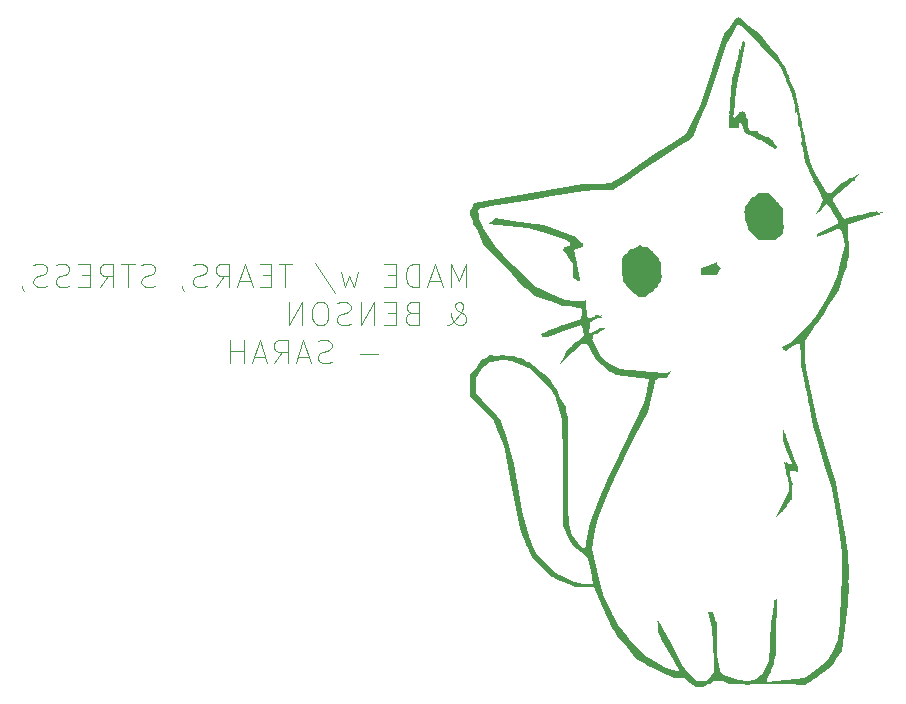
<source format=gbr>
%TF.GenerationSoftware,KiCad,Pcbnew,8.0.5*%
%TF.CreationDate,2025-02-17T01:38:54-08:00*%
%TF.ProjectId,eegw:ads1299,65656777-3a61-4647-9331-3239392e6b69,rev?*%
%TF.SameCoordinates,Original*%
%TF.FileFunction,Legend,Bot*%
%TF.FilePolarity,Positive*%
%FSLAX46Y46*%
G04 Gerber Fmt 4.6, Leading zero omitted, Abs format (unit mm)*
G04 Created by KiCad (PCBNEW 8.0.5) date 2025-02-17 01:38:54*
%MOMM*%
%LPD*%
G01*
G04 APERTURE LIST*
%ADD10C,0.000000*%
%ADD11C,0.100000*%
G04 APERTURE END LIST*
D10*
G36*
X174830520Y-99634880D02*
G01*
X174963974Y-99965607D01*
X174830520Y-100296348D01*
X174697067Y-100627075D01*
X174697067Y-99304153D01*
X174830520Y-99634880D01*
G37*
G36*
X178806411Y-109821258D02*
G01*
X178927414Y-110284271D01*
X178806411Y-110747314D01*
X178685394Y-111210327D01*
X178685394Y-109358246D01*
X178806411Y-109821258D01*
G37*
G36*
X167701530Y-144547653D02*
G01*
X167787933Y-146399734D01*
X168340454Y-146862747D01*
X168892975Y-147325775D01*
X168665222Y-147317779D01*
X168665313Y-147317673D01*
X168437561Y-147309677D01*
X167974540Y-147039993D01*
X167511520Y-146770309D01*
X167563324Y-144732941D01*
X167615127Y-142695572D01*
X167701530Y-144547653D01*
G37*
G36*
X172009437Y-106299286D02*
G01*
X172406311Y-106345581D01*
X172869331Y-106889084D01*
X173332351Y-107432571D01*
X173332351Y-109188217D01*
X172916580Y-109604004D01*
X172500808Y-110019775D01*
X172009430Y-110019867D01*
X171518059Y-110019867D01*
X171080131Y-109581940D01*
X170642189Y-109143997D01*
X170387817Y-108474945D01*
X170133445Y-107805893D01*
X170442077Y-107060791D01*
X170750709Y-106315689D01*
X171181633Y-106284286D01*
X171612556Y-106252991D01*
X172009437Y-106299286D01*
G37*
G36*
X169880729Y-91492416D02*
G01*
X170372658Y-91755684D01*
X171740326Y-93280891D01*
X173108009Y-94806099D01*
X173384826Y-95335258D01*
X173661636Y-95864426D01*
X173409866Y-95599846D01*
X173158096Y-95335258D01*
X172145775Y-94067261D01*
X171133453Y-92799263D01*
X170347336Y-92239494D01*
X169561203Y-91679726D01*
X169085205Y-92310776D01*
X168609207Y-92941826D01*
X167899246Y-95196884D01*
X167189277Y-97451935D01*
X166418579Y-99324646D01*
X165647880Y-101197365D01*
X162344200Y-103378883D01*
X159040519Y-105560409D01*
X156002083Y-105820755D01*
X151901031Y-106493881D01*
X147799988Y-107167023D01*
X147572998Y-107378357D01*
X147346000Y-107589691D01*
X147639511Y-108473953D01*
X147933014Y-109358200D01*
X149586296Y-111259415D01*
X151239586Y-113160629D01*
X151982475Y-113738037D01*
X152725364Y-114315445D01*
X154035835Y-114813385D01*
X155346298Y-115311325D01*
X156663543Y-115311325D01*
X156685547Y-115906631D01*
X156707649Y-116501938D01*
X156799949Y-117031113D01*
X156892250Y-117560272D01*
X157022239Y-118089447D01*
X157152229Y-118618622D01*
X157172432Y-118807846D01*
X157192733Y-118997070D01*
X158800338Y-120828033D01*
X160126228Y-121112381D01*
X161452118Y-121396728D01*
X162431274Y-121427429D01*
X163410446Y-121458130D01*
X162954895Y-121577682D01*
X162499351Y-121697235D01*
X162228760Y-122671448D01*
X161958183Y-123645676D01*
X161957184Y-123852035D01*
X161956184Y-124058380D01*
X160126503Y-127820785D01*
X158296829Y-131583176D01*
X157745247Y-133228470D01*
X157193680Y-134873764D01*
X157193680Y-137204178D01*
X158553604Y-141370163D01*
X159104980Y-142297485D01*
X159656357Y-143224823D01*
X160740127Y-144371139D01*
X161823890Y-145517456D01*
X162805542Y-146024795D01*
X163787185Y-146532120D01*
X164602012Y-146532120D01*
X164602012Y-146352127D01*
X163813064Y-144920792D01*
X163024101Y-143489456D01*
X163024101Y-142960281D01*
X163773063Y-144318481D01*
X164522026Y-145676666D01*
X165097099Y-146484283D01*
X165672172Y-147291901D01*
X166393875Y-147401550D01*
X167115577Y-147511215D01*
X166419441Y-147550995D01*
X165724228Y-147590591D01*
X165394851Y-147193726D01*
X165065483Y-146796844D01*
X163789757Y-146796844D01*
X162541786Y-146158249D01*
X161293808Y-145519653D01*
X160328537Y-144504608D01*
X159363258Y-143489563D01*
X158552261Y-141862594D01*
X157741249Y-140235626D01*
X157298050Y-138471237D01*
X156854851Y-136706833D01*
X156252487Y-136312149D01*
X155650139Y-135917480D01*
X155230827Y-134869522D01*
X154811516Y-133821564D01*
X154863418Y-129395142D01*
X154915321Y-124968735D01*
X155061813Y-129778992D01*
X155208313Y-134589249D01*
X155753570Y-135318542D01*
X156298843Y-136047851D01*
X156575500Y-136140045D01*
X156852157Y-136232239D01*
X157003059Y-134966064D01*
X157153946Y-133699905D01*
X158114433Y-131450943D01*
X159074936Y-129201980D01*
X160223396Y-126953018D01*
X161371856Y-124704056D01*
X161678177Y-123563034D01*
X161984489Y-122421997D01*
X162122169Y-122063202D01*
X162259849Y-121704422D01*
X160809601Y-121523239D01*
X159359359Y-121342041D01*
X158553451Y-120851944D01*
X157747543Y-120361832D01*
X157304176Y-119490234D01*
X156860809Y-118618637D01*
X156653808Y-118388443D01*
X155546722Y-119429581D01*
X154439644Y-120470718D01*
X154806572Y-119941543D01*
X155173515Y-119412384D01*
X155903106Y-118750931D01*
X156632690Y-118089477D01*
X156481407Y-116832703D01*
X156330124Y-115575928D01*
X155436653Y-115575928D01*
X154063843Y-115168243D01*
X152691032Y-114760559D01*
X150973961Y-113154312D01*
X149256889Y-111548065D01*
X148315040Y-110265015D01*
X147373192Y-108981949D01*
X147070808Y-107118606D01*
X147435402Y-106989014D01*
X147799980Y-106859405D01*
X150974983Y-106298630D01*
X154149986Y-105737854D01*
X156571434Y-105496948D01*
X158992881Y-105256058D01*
X162166168Y-103122558D01*
X165339454Y-100989082D01*
X166130096Y-99220512D01*
X166920738Y-97451942D01*
X167503837Y-95467575D01*
X168086937Y-93483192D01*
X168737877Y-92356171D01*
X169388809Y-91229149D01*
X169880729Y-91492416D01*
G37*
G36*
X174571396Y-98593147D02*
G01*
X174710373Y-98940407D01*
X174550522Y-99100265D01*
X174550476Y-99100265D01*
X174390625Y-99260116D01*
X174411529Y-98752998D01*
X174432434Y-98245880D01*
X174571396Y-98593147D01*
G37*
G36*
X152780380Y-108828735D02*
G01*
X154299240Y-109224350D01*
X155398727Y-109785263D01*
X156498230Y-110346176D01*
X155853691Y-110703171D01*
X155209152Y-111060181D01*
X155485801Y-111069183D01*
X155762451Y-111078186D01*
X155893051Y-113017090D01*
X156029739Y-113238266D01*
X156166443Y-113459442D01*
X156061798Y-113459427D01*
X155957985Y-113459427D01*
X155781593Y-113283035D01*
X155605201Y-113106659D01*
X155605201Y-111973068D01*
X155216743Y-111459473D01*
X154828285Y-110945877D01*
X154820282Y-110747436D01*
X154812278Y-110549011D01*
X155275299Y-110541016D01*
X155738319Y-110533020D01*
X155209160Y-110132904D01*
X154679992Y-109732788D01*
X153275001Y-109324173D01*
X151870010Y-108915542D01*
X148329986Y-108502731D01*
X149795746Y-108467926D01*
X151261512Y-108433121D01*
X152780380Y-108828735D01*
G37*
G36*
X169804580Y-94232727D02*
G01*
X169980957Y-94409119D01*
X169804580Y-94585510D01*
X169628189Y-94761902D01*
X169628189Y-94056351D01*
X169804580Y-94232727D01*
G37*
G36*
X172783592Y-106688644D02*
G01*
X173093384Y-107061920D01*
X173248451Y-108017548D01*
X173403534Y-108973190D01*
X172930061Y-109496368D01*
X172456588Y-110019546D01*
X171518074Y-110019546D01*
X171143738Y-109645203D01*
X170769401Y-109270859D01*
X170431930Y-108456146D01*
X170094459Y-107641418D01*
X170528892Y-106978393D01*
X170963310Y-106315369D01*
X172473816Y-106315369D01*
X172783592Y-106688644D01*
G37*
G36*
X170028328Y-93746994D02*
G01*
X169859344Y-94275223D01*
X169468483Y-96889252D01*
X169077621Y-99503273D01*
X169256843Y-99668312D01*
X169436050Y-99833351D01*
X169554168Y-99502624D01*
X169672287Y-99171898D01*
X170115310Y-99171898D01*
X170279762Y-99920639D01*
X170444214Y-100669372D01*
X172299499Y-101397339D01*
X172583748Y-101739838D01*
X172867988Y-102082329D01*
X172637169Y-102051460D01*
X172406326Y-102020660D01*
X171284248Y-101456177D01*
X170162170Y-100891693D01*
X170001198Y-100402031D01*
X169840225Y-99912384D01*
X169549003Y-100203590D01*
X169257782Y-100494812D01*
X168834450Y-100494812D01*
X168834450Y-98160110D01*
X169218780Y-96151382D01*
X169603111Y-94142639D01*
X169900222Y-93680710D01*
X170197319Y-93218773D01*
X170028328Y-93746994D01*
G37*
G36*
X174126114Y-119015549D02*
G01*
X173861526Y-119015549D01*
X173861526Y-118750961D01*
X174126114Y-118750961D01*
X174126114Y-119015549D01*
G37*
G36*
X169839271Y-91475410D02*
G01*
X170289650Y-91721588D01*
X171347976Y-92856666D01*
X172406303Y-93991745D01*
X171155441Y-92877602D01*
X169904579Y-91763473D01*
X169406753Y-91763473D01*
X168884742Y-92623375D01*
X168362724Y-93483269D01*
X167664032Y-95798378D01*
X166965332Y-98113480D01*
X166813240Y-98113487D01*
X166661148Y-98113487D01*
X166800491Y-97750366D01*
X166939834Y-97387237D01*
X168087021Y-93483276D01*
X168737961Y-92356254D01*
X169388893Y-91229233D01*
X169839271Y-91475410D01*
G37*
G36*
X174131134Y-129195755D02*
G01*
X173796737Y-129598678D01*
X173596939Y-129598678D01*
X173596939Y-129126129D01*
X174031234Y-128959473D01*
X174465545Y-128792816D01*
X174131134Y-129195755D01*
G37*
G36*
X178540207Y-111822174D02*
G01*
X178679184Y-112169449D01*
X178519333Y-112329300D01*
X178519287Y-112329300D01*
X178359436Y-112489151D01*
X178380340Y-111982040D01*
X178401245Y-111474914D01*
X178540207Y-111822174D01*
G37*
G36*
X178278579Y-133638885D02*
G01*
X178400558Y-134106934D01*
X178268783Y-134432632D01*
X178268402Y-134432632D01*
X178136627Y-134758316D01*
X178156616Y-133170822D01*
X178278579Y-133638885D01*
G37*
G36*
X174037903Y-131803863D02*
G01*
X174214294Y-131980255D01*
X173508728Y-131980255D01*
X173861511Y-131627472D01*
X174037903Y-131803863D01*
G37*
G36*
X175360824Y-102699394D02*
G01*
X175537201Y-102875786D01*
X175360824Y-103052177D01*
X175184433Y-103228569D01*
X175184433Y-102523003D01*
X175360824Y-102699394D01*
G37*
G36*
X169078132Y-99290893D02*
G01*
X169099029Y-100071411D01*
X169416527Y-99753914D01*
X169734024Y-99436417D01*
X170157364Y-99436417D01*
X170157364Y-100053772D01*
X169985084Y-99881492D01*
X169812805Y-99709221D01*
X169477485Y-100167801D01*
X169477455Y-100167793D01*
X169142135Y-100626381D01*
X168962448Y-99910454D01*
X168782760Y-99194527D01*
X168919998Y-98852447D01*
X169057235Y-98510361D01*
X169078132Y-99290893D01*
G37*
G36*
X167872108Y-112141022D02*
G01*
X168100410Y-112354904D01*
X167922638Y-112642548D01*
X167744880Y-112930191D01*
X167099037Y-112930206D01*
X166453193Y-112930206D01*
X166453193Y-112383972D01*
X167048500Y-112155548D01*
X167643806Y-111927139D01*
X167872108Y-112141022D01*
G37*
G36*
X175100601Y-101238876D02*
G01*
X175239563Y-101586143D01*
X175079712Y-101745994D01*
X175079696Y-101745994D01*
X174919830Y-101905846D01*
X174940735Y-101398727D01*
X174961639Y-100891617D01*
X175100601Y-101238876D01*
G37*
G36*
X174787552Y-147582580D02*
G01*
X173596939Y-147565781D01*
X173596939Y-147565689D01*
X172406311Y-147548889D01*
X172670898Y-147459396D01*
X172935478Y-147369903D01*
X174227920Y-147244186D01*
X175520370Y-147118469D01*
X174787552Y-147582580D01*
G37*
G36*
X157986526Y-117692703D02*
G01*
X157589653Y-117949188D01*
X157060486Y-117949188D01*
X157457359Y-117692703D01*
X157854240Y-117436218D01*
X158383407Y-117436218D01*
X157986526Y-117692703D01*
G37*
G36*
X175624252Y-122918320D02*
G01*
X175757705Y-123249054D01*
X175624252Y-123579758D01*
X175490799Y-123910492D01*
X175490799Y-122587585D01*
X175624252Y-122918320D01*
G37*
G36*
X169808815Y-94095207D02*
G01*
X169947777Y-94442474D01*
X169787925Y-94602325D01*
X169787910Y-94602325D01*
X169628059Y-94762176D01*
X169648956Y-94255058D01*
X169669853Y-93747948D01*
X169808815Y-94095207D01*
G37*
G36*
X169804588Y-94233055D02*
G01*
X169980964Y-94409447D01*
X169804588Y-94585838D01*
X169628196Y-94762230D01*
X169628196Y-94056679D01*
X169804588Y-94233055D01*
G37*
G36*
X175103576Y-119880615D02*
G01*
X175225555Y-120348679D01*
X175093780Y-120674362D01*
X175093399Y-120674362D01*
X174961624Y-121000061D01*
X174971618Y-120206314D01*
X174981613Y-119412567D01*
X175103576Y-119880615D01*
G37*
G36*
X175757721Y-123248901D02*
G01*
X175624267Y-123579605D01*
X175490814Y-123910339D01*
X175490814Y-122587433D01*
X175757721Y-123248901D01*
G37*
G36*
X173697723Y-132521988D02*
G01*
X173220894Y-132978699D01*
X172744056Y-133435425D01*
X173094337Y-132852157D01*
X173444610Y-132268875D01*
X173697723Y-132521988D01*
G37*
G36*
X167690246Y-112226898D02*
G01*
X167829086Y-112365738D01*
X167654686Y-112647934D01*
X167480285Y-112930130D01*
X166749000Y-112930130D01*
X166597252Y-112684585D01*
X166445503Y-112439056D01*
X166998451Y-112263550D01*
X167551399Y-112088043D01*
X167690246Y-112226898D01*
G37*
G36*
X152363456Y-108836471D02*
G01*
X153487198Y-108967224D01*
X155009300Y-109643616D01*
X156531387Y-110320023D01*
X155954414Y-110632797D01*
X155377434Y-110945587D01*
X155904731Y-111886841D01*
X155791015Y-112474548D01*
X155677345Y-113062256D01*
X155641342Y-112421631D01*
X155605339Y-111781006D01*
X155172447Y-111302673D01*
X154739555Y-110824341D01*
X155172447Y-110658234D01*
X155605339Y-110492111D01*
X155605339Y-110091446D01*
X154480858Y-109665268D01*
X153356376Y-109239090D01*
X152298050Y-108972397D01*
X151239723Y-108705704D01*
X152363456Y-108836471D01*
G37*
G36*
X153224037Y-118221634D02*
G01*
X152959449Y-118221634D01*
X152959449Y-117957046D01*
X153224037Y-117957046D01*
X153224037Y-118221634D01*
G37*
G36*
X174344772Y-128787231D02*
G01*
X174615219Y-129563034D01*
X174106079Y-129524750D01*
X173596939Y-129486343D01*
X173596939Y-129069778D01*
X174161758Y-129069778D01*
X173993805Y-128540604D01*
X173825851Y-128011444D01*
X174074325Y-128011444D01*
X174344772Y-128787231D01*
G37*
G36*
X170623459Y-147409164D02*
G01*
X171083397Y-147529571D01*
X170025055Y-147524567D01*
X170025062Y-147523895D01*
X168966736Y-147518890D01*
X169565132Y-147403824D01*
X170163521Y-147288757D01*
X170623459Y-147409164D01*
G37*
G36*
X169539993Y-95291069D02*
G01*
X169716385Y-95467461D01*
X169539993Y-95643852D01*
X169363601Y-95820229D01*
X169363601Y-95114677D01*
X169539993Y-95291069D01*
G37*
G36*
X161919479Y-110837952D02*
G01*
X162616600Y-111227768D01*
X162857292Y-112193222D01*
X163097984Y-113158691D01*
X162652755Y-113838196D01*
X162207535Y-114517700D01*
X161434883Y-114517715D01*
X160662231Y-114517715D01*
X160250351Y-113929672D01*
X159838470Y-113341629D01*
X159838470Y-111354904D01*
X160530418Y-110901520D01*
X161222366Y-110448135D01*
X161919479Y-110837952D01*
G37*
G36*
X154727684Y-124257660D02*
G01*
X154866646Y-124604935D01*
X154706794Y-124764786D01*
X154706779Y-124764786D01*
X154546928Y-124924637D01*
X154567825Y-124417511D01*
X154588722Y-123910385D01*
X154727684Y-124257660D01*
G37*
G36*
X153025573Y-121363113D02*
G01*
X153488594Y-121726242D01*
X153488594Y-121926041D01*
X153388702Y-121926025D01*
X153288803Y-121926025D01*
X152925682Y-121463013D01*
X152562553Y-121000000D01*
X153025573Y-121363113D01*
G37*
G36*
X151023529Y-132724335D02*
G01*
X151162498Y-133071594D01*
X151002640Y-133231460D01*
X151002624Y-133231460D01*
X150842773Y-133391312D01*
X150863670Y-132884186D01*
X150884567Y-132377060D01*
X151023529Y-132724335D01*
G37*
G36*
X166178032Y-99840195D02*
G01*
X166188629Y-100112045D01*
X165781440Y-100693405D01*
X165374237Y-101274757D01*
X162199325Y-103396995D01*
X159024406Y-105519256D01*
X157513282Y-105662140D01*
X156002189Y-105805023D01*
X151702713Y-106514145D01*
X147403236Y-107223251D01*
X147403236Y-107919723D01*
X147761719Y-108777710D01*
X148120208Y-109635696D01*
X151428146Y-113469589D01*
X152597557Y-114154907D01*
X153766967Y-114840225D01*
X155016868Y-115184280D01*
X156266777Y-115528335D01*
X155737610Y-115535339D01*
X155737571Y-115535995D01*
X155208412Y-115542999D01*
X153885490Y-115114944D01*
X152562568Y-114686905D01*
X150402885Y-112520233D01*
X148243194Y-110353561D01*
X147690902Y-109270965D01*
X147138603Y-108188385D01*
X147138603Y-107092377D01*
X147469330Y-106975754D01*
X147800056Y-106859146D01*
X150975059Y-106306610D01*
X154150062Y-105754074D01*
X156570503Y-105514831D01*
X158990936Y-105275604D01*
X162198944Y-103121887D01*
X165406967Y-100968185D01*
X165787201Y-100268265D01*
X166167434Y-99568336D01*
X166178032Y-99840195D01*
G37*
G36*
X178678405Y-136213150D02*
G01*
X178895447Y-137668365D01*
X178752640Y-139785034D01*
X178609817Y-141901688D01*
X178448913Y-143329025D01*
X178288009Y-144756363D01*
X177331085Y-145816864D01*
X176374160Y-146877380D01*
X174671371Y-147590240D01*
X173538391Y-147552948D01*
X173539291Y-147552994D01*
X172406311Y-147515701D01*
X175052154Y-147189346D01*
X176902435Y-146106399D01*
X177481277Y-145247452D01*
X178060119Y-144388519D01*
X178455353Y-141372528D01*
X178458359Y-138065231D01*
X178461364Y-134757934D01*
X178678405Y-136213150D01*
G37*
G36*
X173693954Y-132518265D02*
G01*
X173365188Y-132844559D01*
X173036415Y-133170883D01*
X173217064Y-132696457D01*
X173397720Y-132222031D01*
X173693954Y-132518265D01*
G37*
G36*
X153224029Y-118221802D02*
G01*
X152959442Y-118221802D01*
X152959442Y-117957214D01*
X153224029Y-117957214D01*
X153224029Y-118221802D01*
G37*
G36*
X175449020Y-103140602D02*
G01*
X175184433Y-103140602D01*
X175184433Y-102876015D01*
X175449020Y-102876015D01*
X175449020Y-103140602D01*
G37*
G36*
X150100952Y-119894058D02*
G01*
X150445884Y-120032242D01*
X149621666Y-120053146D01*
X148797455Y-120074051D01*
X148120628Y-120606445D01*
X147443809Y-121138840D01*
X147268272Y-121938065D01*
X147092735Y-122737289D01*
X148030243Y-123775009D01*
X148967766Y-124812729D01*
X149499069Y-125854172D01*
X150030380Y-126895615D01*
X150463028Y-129239517D01*
X150895691Y-131583420D01*
X151400894Y-133694199D01*
X151906105Y-135804962D01*
X152646522Y-136719788D01*
X153386940Y-137634598D01*
X154077400Y-138150101D01*
X154767853Y-138665604D01*
X156046463Y-139009262D01*
X157325065Y-139352920D01*
X156649414Y-139370819D01*
X156649414Y-139370727D01*
X155973755Y-139388626D01*
X154591491Y-138699814D01*
X153209221Y-138011001D01*
X152563354Y-137164215D01*
X151917488Y-136317428D01*
X151520790Y-135368011D01*
X151124099Y-134418594D01*
X150584511Y-131413498D01*
X150044922Y-128408401D01*
X149642929Y-127020096D01*
X149240936Y-125631790D01*
X148057480Y-124299286D01*
X146874031Y-122966782D01*
X146875007Y-122380295D01*
X146875984Y-121793808D01*
X147391540Y-120948273D01*
X147907089Y-120102737D01*
X148831558Y-119929306D01*
X149756019Y-119755875D01*
X150100952Y-119894058D01*
G37*
G36*
X155517090Y-138947571D02*
G01*
X155693481Y-139123962D01*
X154987915Y-139123962D01*
X155164306Y-138947571D01*
X155340698Y-138771179D01*
X155517090Y-138947571D01*
G37*
G36*
X174126114Y-97055283D02*
G01*
X173861526Y-97055283D01*
X173861526Y-96790687D01*
X174126114Y-96790687D01*
X174126114Y-97055283D01*
G37*
G36*
X169538841Y-95137047D02*
G01*
X169672302Y-95467773D01*
X169538841Y-95798515D01*
X169405388Y-96129242D01*
X169405388Y-94806320D01*
X169538841Y-95137047D01*
G37*
G36*
X174831665Y-99789299D02*
G01*
X175008056Y-99965691D01*
X174831665Y-100142082D01*
X174655273Y-100318474D01*
X174655273Y-99612923D01*
X174831665Y-99789299D01*
G37*
G36*
X166709655Y-98774940D02*
G01*
X166453178Y-99171814D01*
X166196701Y-99568695D01*
X166196701Y-99039528D01*
X166453178Y-98642654D01*
X166709655Y-98245773D01*
X166709655Y-98774940D01*
G37*
G36*
X175100601Y-101238686D02*
G01*
X175239563Y-101585953D01*
X175079712Y-101745804D01*
X175079696Y-101745804D01*
X174919830Y-101905655D01*
X174940735Y-101398537D01*
X174961639Y-100891426D01*
X175100601Y-101238686D01*
G37*
G36*
X177565567Y-109226059D02*
G01*
X177300979Y-109226059D01*
X177300979Y-108961471D01*
X177565567Y-108961471D01*
X177565567Y-109226059D01*
G37*
G36*
X175801803Y-103669533D02*
G01*
X175625412Y-103845932D01*
X175449020Y-104022324D01*
X175449020Y-103316749D01*
X175801803Y-103669533D01*
G37*
G36*
X176779831Y-116090393D02*
G01*
X176504516Y-116604828D01*
X176213913Y-116784439D01*
X175923309Y-116964035D01*
X176378052Y-116269989D01*
X176832794Y-115575958D01*
X177055145Y-115575958D01*
X176779831Y-116090393D01*
G37*
G36*
X157061111Y-118354172D02*
G01*
X157435318Y-119412506D01*
X158368515Y-120272400D01*
X159301712Y-121132294D01*
X159069000Y-121132294D01*
X159068947Y-121132278D01*
X158836227Y-121132278D01*
X158014496Y-120364670D01*
X157192764Y-119597061D01*
X157188766Y-119372482D01*
X157184768Y-119147903D01*
X156935775Y-118754089D01*
X156686783Y-118360275D01*
X155707420Y-119283264D01*
X154728050Y-120206238D01*
X155142463Y-119586685D01*
X155556862Y-118967117D01*
X156110283Y-118579483D01*
X156663696Y-118191864D01*
X156675293Y-117743851D01*
X156686889Y-117295837D01*
X157061111Y-118354172D01*
G37*
G36*
X178541824Y-135485931D02*
G01*
X178662826Y-135948944D01*
X178541824Y-136411987D01*
X178420822Y-136875000D01*
X178420822Y-135022903D01*
X178541824Y-135485931D01*
G37*
G36*
X174037903Y-131803818D02*
G01*
X174214294Y-131980209D01*
X173508728Y-131980209D01*
X173861511Y-131627426D01*
X174037903Y-131803818D01*
G37*
G36*
X170157364Y-93615700D02*
G01*
X169892776Y-93615700D01*
X169892776Y-93351112D01*
X170157364Y-93351112D01*
X170157364Y-93615700D01*
G37*
G36*
X173773330Y-127305954D02*
G01*
X173949707Y-127482345D01*
X173773330Y-127658737D01*
X173596939Y-127835129D01*
X173596939Y-127129562D01*
X173773330Y-127305954D01*
G37*
G36*
X172538597Y-101817695D02*
G01*
X172274009Y-101817695D01*
X172274009Y-101553101D01*
X172538597Y-101553101D01*
X172538597Y-101817695D01*
G37*
G36*
X174237945Y-128540649D02*
G01*
X174636474Y-129202103D01*
X174645477Y-129428848D01*
X174654480Y-129655594D01*
X173894928Y-129364120D01*
X173766433Y-129679993D01*
X173767212Y-129679993D01*
X173638717Y-129995850D01*
X173617813Y-129384918D01*
X173596908Y-128774002D01*
X173889831Y-128955048D01*
X174182754Y-129136093D01*
X174011078Y-128507645D01*
X173839401Y-127879196D01*
X174237945Y-128540649D01*
G37*
G36*
X169281288Y-96592209D02*
G01*
X169402290Y-97055229D01*
X169281288Y-97518249D01*
X169160278Y-97981270D01*
X169160278Y-96129188D01*
X169281288Y-96592209D01*
G37*
G36*
X167704353Y-143693924D02*
G01*
X167808487Y-144692016D01*
X167702217Y-145546005D01*
X167702484Y-145546005D01*
X167596214Y-146400009D01*
X167598213Y-144547913D01*
X167600212Y-142695831D01*
X167704353Y-143693924D01*
G37*
G36*
X152461418Y-120936462D02*
G01*
X153592018Y-121798798D01*
X154229210Y-123036972D01*
X154866401Y-124275162D01*
X154751449Y-124619995D01*
X154751434Y-124619903D01*
X154636497Y-124964737D01*
X154441841Y-124189163D01*
X154247184Y-123413574D01*
X153692978Y-122603699D01*
X153138756Y-121793808D01*
X152586082Y-121314072D01*
X152033409Y-120834335D01*
X151239662Y-120464523D01*
X150445915Y-120094726D01*
X151330818Y-120074127D01*
X152461418Y-120936462D01*
G37*
G36*
X155561851Y-110747314D02*
G01*
X155518448Y-110945755D01*
X155719970Y-111662002D01*
X155921501Y-112378250D01*
X155784279Y-112720337D01*
X155647049Y-113062424D01*
X155626152Y-112353714D01*
X155605255Y-111645019D01*
X155220978Y-111260742D01*
X154836708Y-110876465D01*
X155000496Y-110712677D01*
X155164283Y-110548889D01*
X155605255Y-110548889D01*
X155561851Y-110747314D01*
G37*
G36*
X175368042Y-121468048D02*
G01*
X175490005Y-121936111D01*
X175358230Y-122261795D01*
X175357864Y-122261795D01*
X175226089Y-122587494D01*
X175246078Y-121000000D01*
X175368042Y-121468048D01*
G37*
G36*
X173513031Y-126374374D02*
G01*
X173651993Y-126721634D01*
X173492141Y-126881500D01*
X173492096Y-126881500D01*
X173332245Y-127041351D01*
X173353149Y-126534225D01*
X173374054Y-126027099D01*
X173513031Y-126374374D01*
G37*
G36*
X177565689Y-109226120D02*
G01*
X177301101Y-109226120D01*
X177301101Y-108961533D01*
X177565689Y-108961533D01*
X177565689Y-109226120D01*
G37*
G36*
X175095077Y-100957870D02*
G01*
X175228531Y-101288597D01*
X175095077Y-101619339D01*
X174961624Y-101950065D01*
X174961624Y-100627144D01*
X175095077Y-100957870D01*
G37*
G36*
X170620361Y-100741188D02*
G01*
X171083389Y-101006226D01*
X171480262Y-101275612D01*
X171877144Y-101544998D01*
X171612549Y-101516533D01*
X171347969Y-101488136D01*
X170752662Y-101193298D01*
X170157341Y-100898468D01*
X170157341Y-100476158D01*
X170620361Y-100741188D01*
G37*
G36*
X163100364Y-143114777D02*
G01*
X163186165Y-143225021D01*
X164028656Y-144746368D01*
X164871155Y-146267731D01*
X164741943Y-146267731D01*
X164741012Y-146267715D01*
X164611808Y-146267715D01*
X163815185Y-144878647D01*
X163018562Y-143489593D01*
X163016563Y-143247070D01*
X163014564Y-143004532D01*
X163100364Y-143114777D01*
G37*
G36*
X173773330Y-96084816D02*
G01*
X173949707Y-96261207D01*
X173773330Y-96437599D01*
X173596939Y-96613975D01*
X173596939Y-95908424D01*
X173773330Y-96084816D01*
G37*
G36*
X154282356Y-109382858D02*
G01*
X154943817Y-109557587D01*
X155671425Y-109927734D01*
X156399025Y-110297882D01*
X156399025Y-110548889D01*
X156200584Y-110512970D01*
X156002151Y-110477066D01*
X154811523Y-109842590D01*
X153620903Y-109208130D01*
X154282356Y-109382858D01*
G37*
G36*
X154214264Y-122637482D02*
G01*
X154864288Y-124607056D01*
X154705620Y-124765716D01*
X154546959Y-124924377D01*
X154546959Y-124209503D01*
X153982681Y-123043854D01*
X153418403Y-121878219D01*
X151292564Y-120338272D01*
X151915054Y-120338272D01*
X154214264Y-122637482D01*
G37*
G36*
X177036545Y-109490631D02*
G01*
X176771957Y-109490631D01*
X176771957Y-109226044D01*
X177036545Y-109226044D01*
X177036545Y-109490631D01*
G37*
G36*
X167511520Y-147326050D02*
G01*
X167246933Y-147326050D01*
X167246933Y-147061462D01*
X167511520Y-147061462D01*
X167511520Y-147326050D01*
G37*
G36*
X155472992Y-117265610D02*
G01*
X154679245Y-117627045D01*
X153356323Y-117951599D01*
X154150070Y-117590164D01*
X154943817Y-117228729D01*
X155605278Y-117066452D01*
X156266739Y-116904175D01*
X155472992Y-117265610D01*
G37*
G36*
X173773224Y-127305923D02*
G01*
X173949600Y-127482315D01*
X173773224Y-127658707D01*
X173773208Y-127658707D01*
X173596832Y-127835098D01*
X173596832Y-127129532D01*
X173773224Y-127305923D01*
G37*
G36*
X169028648Y-98998650D02*
G01*
X169133941Y-100016029D01*
X169610679Y-99584579D01*
X170087433Y-99153137D01*
X170248054Y-99956261D01*
X170408684Y-100759392D01*
X171215660Y-100759392D01*
X171215660Y-101288559D01*
X172209205Y-101288559D01*
X172538574Y-101685440D01*
X172867950Y-102082313D01*
X172769447Y-102063515D01*
X172769317Y-102063515D01*
X172670814Y-102044716D01*
X171427734Y-101474632D01*
X170184662Y-100904541D01*
X170017959Y-100240394D01*
X169851272Y-99576248D01*
X169591133Y-100041092D01*
X169330993Y-100505943D01*
X169082672Y-100352470D01*
X168834350Y-100198997D01*
X168878853Y-99090126D01*
X168923355Y-97981270D01*
X169028648Y-98998650D01*
G37*
G36*
X172634796Y-94387566D02*
G01*
X173096687Y-94762688D01*
X173356140Y-95247467D01*
X173615585Y-95732246D01*
X173523697Y-95732254D01*
X173431900Y-95732254D01*
X172802398Y-94872353D01*
X172172897Y-94012459D01*
X172634796Y-94387566D01*
G37*
G36*
X178551803Y-140650131D02*
G01*
X178658859Y-141514770D01*
X178549103Y-142237625D01*
X178548492Y-142237625D01*
X178438720Y-142960495D01*
X178441726Y-141373001D01*
X178444732Y-139785507D01*
X178551803Y-140650131D01*
G37*
G36*
X178810486Y-109956497D02*
G01*
X178925552Y-110554901D01*
X178805145Y-111014831D01*
X178805816Y-111014816D01*
X178685409Y-111474762D01*
X178695419Y-109358093D01*
X178810486Y-109956497D01*
G37*
G36*
X156721756Y-116116791D02*
G01*
X156839966Y-116922195D01*
X156619499Y-117058441D01*
X156399032Y-117194702D01*
X156399032Y-115311386D01*
X156603546Y-115311386D01*
X156721756Y-116116791D01*
G37*
G36*
X175102615Y-119677078D02*
G01*
X175205230Y-120470825D01*
X176212036Y-125497894D01*
X177031555Y-128142502D01*
X177851089Y-130787109D01*
X178648086Y-135287475D01*
X178797134Y-137404129D01*
X178946182Y-139520798D01*
X178668426Y-141951980D01*
X178390670Y-144383163D01*
X177964035Y-145208206D01*
X177537384Y-146033249D01*
X176309555Y-146811905D01*
X175081726Y-147590576D01*
X173612167Y-147555878D01*
X173611282Y-147555939D01*
X172141731Y-147521240D01*
X173603470Y-147332565D01*
X175065216Y-147143890D01*
X175587845Y-146859817D01*
X176110473Y-146575745D01*
X176976562Y-145675140D01*
X177842651Y-144774536D01*
X178099518Y-143206024D01*
X178356369Y-141637512D01*
X178358368Y-138890961D01*
X178360367Y-136144394D01*
X177936401Y-133477661D01*
X177512436Y-130810928D01*
X176740982Y-128304733D01*
X175969528Y-125798538D01*
X175445160Y-123225403D01*
X174920807Y-120652283D01*
X174960403Y-119767807D01*
X175000000Y-118883331D01*
X175102615Y-119677078D01*
G37*
G36*
X170162758Y-93268257D02*
G01*
X169781616Y-95227875D01*
X169400474Y-97187492D01*
X169281563Y-98450241D01*
X169162651Y-99712997D01*
X169547874Y-99393295D01*
X169933082Y-99073593D01*
X170173454Y-99453453D01*
X170413810Y-99833313D01*
X170417808Y-100246956D01*
X170421806Y-100660599D01*
X171360588Y-101028938D01*
X172299354Y-101397285D01*
X172588905Y-101746178D01*
X172878463Y-102095070D01*
X172774612Y-102190369D01*
X172774742Y-102190330D01*
X172670898Y-102285629D01*
X171744850Y-101670051D01*
X170818809Y-101054481D01*
X170528511Y-101039184D01*
X170238220Y-101023987D01*
X169951111Y-100428665D01*
X169664001Y-99833359D01*
X169646103Y-100164085D01*
X169628204Y-100494812D01*
X168758835Y-100494812D01*
X168900253Y-98431579D01*
X169041672Y-96368339D01*
X169504112Y-94720199D01*
X169966560Y-93072060D01*
X170162758Y-93268257D01*
G37*
G36*
X175978195Y-104463623D02*
G01*
X175713608Y-104463623D01*
X175713608Y-104199036D01*
X175978195Y-104199036D01*
X175978195Y-104463623D01*
G37*
G36*
X167511528Y-147325668D02*
G01*
X167246940Y-147325668D01*
X167246940Y-147061081D01*
X167511528Y-147061081D01*
X167511528Y-147325668D01*
G37*
G36*
X147824501Y-120886688D02*
G01*
X147138618Y-121701813D01*
X147138618Y-122940933D01*
X148179046Y-124023819D01*
X149219475Y-125106705D01*
X149730766Y-126492813D01*
X150242042Y-127878906D01*
X150896980Y-131420471D01*
X150794059Y-131729202D01*
X150691139Y-132037979D01*
X150342743Y-129958435D01*
X149994331Y-127878891D01*
X149512130Y-126606842D01*
X149029930Y-125334808D01*
X147951980Y-124165375D01*
X146874031Y-122995941D01*
X146874031Y-121899506D01*
X147648216Y-120402405D01*
X148079300Y-120236984D01*
X148510368Y-120071579D01*
X147824501Y-120886688D01*
G37*
G36*
X151999298Y-108695145D02*
G01*
X153569977Y-109004166D01*
X155050689Y-109662262D01*
X156531402Y-110320358D01*
X155954429Y-110633133D01*
X155377449Y-110945923D01*
X155640617Y-111415695D01*
X155903785Y-111885467D01*
X155794121Y-112606293D01*
X155684547Y-113327148D01*
X155644951Y-112658417D01*
X155605354Y-111989685D01*
X155192077Y-111399628D01*
X154778785Y-110809585D01*
X155192077Y-110650986D01*
X155605354Y-110492401D01*
X155604362Y-110322266D01*
X155603370Y-110152130D01*
X153356392Y-109244263D01*
X152165771Y-108977066D01*
X150975143Y-108709869D01*
X149916816Y-108663772D01*
X148858490Y-108617676D01*
X149643547Y-108501907D01*
X150428619Y-108386139D01*
X151999298Y-108695145D01*
G37*
G36*
X174086425Y-130988022D02*
G01*
X174126022Y-131980209D01*
X173596847Y-131980209D01*
X173596847Y-132709167D01*
X173174461Y-133059814D01*
X172751960Y-133410461D01*
X173286461Y-132458816D01*
X173820968Y-131507187D01*
X173933899Y-130751510D01*
X174046829Y-129995834D01*
X174086425Y-130988022D01*
G37*
G36*
X176342010Y-125927582D02*
G01*
X176511047Y-126772781D01*
X176402099Y-126881729D01*
X176293152Y-126990677D01*
X176110504Y-126159088D01*
X175927856Y-125327515D01*
X176050415Y-125204941D01*
X176172973Y-125082397D01*
X176342010Y-125927582D01*
G37*
G36*
X169069343Y-99171623D02*
G01*
X169234665Y-100097671D01*
X169447006Y-99766945D01*
X169659355Y-99436218D01*
X170157287Y-99436218D01*
X170157287Y-100053573D01*
X169985016Y-99881294D01*
X169812736Y-99709022D01*
X169514778Y-100116562D01*
X169216781Y-100524109D01*
X169025604Y-100332939D01*
X168834434Y-100141762D01*
X168904030Y-98245582D01*
X169069343Y-99171623D01*
G37*
G36*
X174256515Y-129072800D02*
G01*
X174094879Y-129334350D01*
X173596939Y-129334350D01*
X173596939Y-129126404D01*
X174007553Y-128968826D01*
X174418167Y-128811249D01*
X174256515Y-129072800D01*
G37*
G36*
X148177818Y-120404037D02*
G01*
X147761741Y-120735413D01*
X147458160Y-121264572D01*
X147154693Y-121793747D01*
X147146690Y-121577911D01*
X147138687Y-121362076D01*
X147395927Y-120881424D01*
X147653160Y-120400787D01*
X148593895Y-120072662D01*
X148177818Y-120404037D01*
G37*
G36*
X178089752Y-132349686D02*
G01*
X178413635Y-134066223D01*
X178312286Y-134370315D01*
X178210922Y-134674393D01*
X177882568Y-132759598D01*
X177554214Y-130844803D01*
X177660049Y-130738983D01*
X177765869Y-130633148D01*
X178089752Y-132349686D01*
G37*
G36*
X170373932Y-100426170D02*
G01*
X170582519Y-100754608D01*
X171626648Y-101275520D01*
X172670776Y-101796432D01*
X172406189Y-101793434D01*
X172406303Y-101793304D01*
X172141723Y-101790306D01*
X171149536Y-101344795D01*
X170157348Y-100899277D01*
X170161346Y-100498497D01*
X170165344Y-100097717D01*
X170373932Y-100426170D01*
G37*
G36*
X150229767Y-128226395D02*
G01*
X150368736Y-128573669D01*
X150208877Y-128733520D01*
X150208862Y-128733520D01*
X150049011Y-128893371D01*
X150090805Y-127879120D01*
X150229767Y-128226395D01*
G37*
G36*
X174827621Y-118486389D02*
G01*
X174563034Y-118486389D01*
X175805862Y-117163483D01*
X176070450Y-117163483D01*
X174827621Y-118486389D01*
G37*
G36*
X174616012Y-129202087D02*
G01*
X174635620Y-129428833D01*
X174655227Y-129655578D01*
X174275451Y-129509842D01*
X173895675Y-129364105D01*
X173767181Y-129679977D01*
X173767227Y-129679977D01*
X173638733Y-129995834D01*
X173617828Y-129384903D01*
X173596924Y-128773987D01*
X173906479Y-128965301D01*
X174216018Y-129156616D01*
X173801468Y-128143768D01*
X173587112Y-127085419D01*
X174616012Y-129202087D01*
G37*
G36*
X157721885Y-116634415D02*
G01*
X157457290Y-116634415D01*
X157457290Y-116369827D01*
X157721885Y-116369827D01*
X157721885Y-116634415D01*
G37*
G36*
X177481872Y-129813904D02*
G01*
X177620834Y-130161178D01*
X177460983Y-130321030D01*
X177460968Y-130321030D01*
X177301101Y-130480881D01*
X177342911Y-129466629D01*
X177481872Y-129813904D01*
G37*
G36*
X175978195Y-104463287D02*
G01*
X175713608Y-104463287D01*
X175713608Y-104198700D01*
X175978195Y-104198700D01*
X175978195Y-104463287D01*
G37*
G36*
X174126114Y-119015381D02*
G01*
X173861526Y-119015381D01*
X173861526Y-118750793D01*
X174126114Y-118750793D01*
X174126114Y-119015381D01*
G37*
G36*
X169274238Y-96724419D02*
G01*
X169407692Y-97055145D01*
X169274238Y-97385887D01*
X169140785Y-97716614D01*
X169140785Y-96393692D01*
X169274238Y-96724419D01*
G37*
G36*
X151239654Y-108635589D02*
G01*
X150181320Y-108629913D01*
X149122993Y-108624908D01*
X149721390Y-108509842D01*
X150319778Y-108394775D01*
X151239654Y-108635589D01*
G37*
G36*
X167690269Y-112226730D02*
G01*
X167829109Y-112365570D01*
X167654709Y-112647766D01*
X167480308Y-112929962D01*
X166749023Y-112929962D01*
X166597275Y-112684418D01*
X166445526Y-112438888D01*
X166998474Y-112263382D01*
X167551422Y-112087875D01*
X167690269Y-112226730D01*
G37*
G36*
X162465255Y-111246094D02*
G01*
X163013626Y-111943237D01*
X163013626Y-113341629D01*
X162601753Y-113929672D01*
X162189872Y-114517715D01*
X160662384Y-114517715D01*
X160250503Y-113929672D01*
X159838623Y-113341629D01*
X159838623Y-111372696D01*
X160426666Y-110960815D01*
X161014709Y-110548950D01*
X161916885Y-110548950D01*
X162465255Y-111246094D01*
G37*
G36*
X176948318Y-128099625D02*
G01*
X177124695Y-128276016D01*
X176948318Y-128452408D01*
X176771927Y-128628799D01*
X176771927Y-127923233D01*
X176948318Y-128099625D01*
G37*
G36*
X153416946Y-109066101D02*
G01*
X153576797Y-109225952D01*
X153069679Y-109205078D01*
X152562561Y-109184173D01*
X152909828Y-109045212D01*
X153257087Y-108906250D01*
X153416946Y-109066101D01*
G37*
G36*
X176154571Y-125453796D02*
G01*
X176330948Y-125630188D01*
X176154571Y-125806579D01*
X175978180Y-125982956D01*
X175978180Y-125277405D01*
X176154571Y-125453796D01*
G37*
G36*
X168040695Y-146818130D02*
G01*
X168702156Y-147133133D01*
X168812393Y-147229629D01*
X168922630Y-147326126D01*
X168664520Y-147326050D01*
X168406410Y-147326050D01*
X167892822Y-146914581D01*
X167379234Y-146503113D01*
X168040695Y-146818130D01*
G37*
G36*
X174360244Y-128831787D02*
G01*
X174646209Y-129652115D01*
X174270920Y-129508102D01*
X173895645Y-129364090D01*
X173767196Y-129679962D01*
X173638702Y-129995819D01*
X173596893Y-129069794D01*
X174161712Y-129069794D01*
X173993759Y-128540619D01*
X173825805Y-128011459D01*
X174074280Y-128011459D01*
X174360244Y-128831787D01*
G37*
G36*
X178228103Y-143998108D02*
G01*
X178113357Y-145035812D01*
X177124374Y-146048630D01*
X176135391Y-147061447D01*
X175864212Y-147061462D01*
X175593048Y-147061462D01*
X176542755Y-146278625D01*
X177492462Y-145495804D01*
X177778824Y-144757278D01*
X178065201Y-144018753D01*
X178204025Y-143489578D01*
X178342849Y-142960403D01*
X178228103Y-143998108D01*
G37*
G36*
X175713608Y-103934357D02*
G01*
X175449020Y-103934357D01*
X175449020Y-103669762D01*
X175713608Y-103669762D01*
X175713608Y-103934357D01*
G37*
G36*
X170493553Y-91867935D02*
G01*
X171441475Y-92590942D01*
X172479233Y-93963333D01*
X173516983Y-95335724D01*
X173981979Y-96526352D01*
X174446960Y-97716980D01*
X175074630Y-100726929D01*
X175702316Y-103736885D01*
X176380493Y-104894119D01*
X177058670Y-106051346D01*
X177500717Y-106051346D01*
X177844574Y-105637024D01*
X178188430Y-105222702D01*
X179001465Y-104828735D01*
X179814483Y-104434769D01*
X178649429Y-105464294D01*
X177484390Y-106493820D01*
X177987976Y-107348526D01*
X178491562Y-108203232D01*
X179153015Y-108048065D01*
X179814468Y-107892898D01*
X181931137Y-107643661D01*
X180343643Y-108160278D01*
X178756149Y-108676895D01*
X178846542Y-109991074D01*
X178936935Y-111305252D01*
X178508087Y-112780441D01*
X178079239Y-114255630D01*
X176631744Y-116381424D01*
X175184250Y-118507202D01*
X175188247Y-119489166D01*
X175192245Y-120471130D01*
X175700821Y-122852386D01*
X176209411Y-125233642D01*
X177032760Y-127879471D01*
X177856094Y-130525314D01*
X178372101Y-133528168D01*
X178888107Y-136531021D01*
X178872116Y-140844070D01*
X178615967Y-142828445D01*
X178359802Y-144812820D01*
X177871597Y-145474274D01*
X177383377Y-146135727D01*
X176305374Y-146898331D01*
X175227356Y-147660934D01*
X173684479Y-147603439D01*
X172141586Y-147545944D01*
X170818664Y-147604355D01*
X169819435Y-147603348D01*
X168820213Y-147602341D01*
X168293472Y-147320434D01*
X167766739Y-147038528D01*
X167183311Y-147447174D01*
X166599884Y-147855820D01*
X166312454Y-147855820D01*
X166312591Y-147855225D01*
X166025161Y-147855225D01*
X165511574Y-147466766D01*
X164997986Y-147078308D01*
X164577224Y-147070312D01*
X164156463Y-147062317D01*
X162536773Y-146252945D01*
X160917083Y-145443588D01*
X159879226Y-144140076D01*
X158841369Y-142836578D01*
X158090492Y-141112991D01*
X157339615Y-139389404D01*
X156538597Y-139383408D01*
X155737579Y-139377411D01*
X154676979Y-138895584D01*
X153616379Y-138413757D01*
X152758186Y-137436340D01*
X151899986Y-136458908D01*
X151480797Y-135476562D01*
X151061607Y-134494247D01*
X150406028Y-130922363D01*
X149750450Y-127350494D01*
X149271957Y-126268509D01*
X148793464Y-125186523D01*
X147833755Y-124226807D01*
X146874038Y-123267090D01*
X146874038Y-123149979D01*
X147403152Y-123149979D01*
X148220520Y-123927093D01*
X149037887Y-124704193D01*
X149435478Y-125465713D01*
X149833061Y-126227234D01*
X150183021Y-127450088D01*
X150532974Y-128672943D01*
X150835457Y-130657318D01*
X151137924Y-132641693D01*
X152193603Y-136255463D01*
X153350647Y-137412506D01*
X154507690Y-138569549D01*
X155387192Y-138822922D01*
X156266701Y-139076279D01*
X156752983Y-139100174D01*
X156753013Y-139100098D01*
X157239280Y-139123993D01*
X157059532Y-137999512D01*
X156879768Y-136875030D01*
X156235107Y-136384537D01*
X155590454Y-135894058D01*
X155142883Y-135061630D01*
X154695320Y-134229187D01*
X154753021Y-129996094D01*
X154810722Y-125762985D01*
X154389549Y-124314194D01*
X153968368Y-122865402D01*
X152864036Y-121761063D01*
X151759697Y-120656723D01*
X150649673Y-120357834D01*
X149539650Y-120058929D01*
X148862106Y-120228973D01*
X148184555Y-120399032D01*
X147793853Y-120956833D01*
X147403152Y-121514648D01*
X147403152Y-123149979D01*
X146874038Y-123149979D01*
X146874038Y-121514648D01*
X146874038Y-121356659D01*
X147647438Y-120583252D01*
X148420837Y-119809845D01*
X150599289Y-119809845D01*
X151580940Y-120314789D01*
X152562584Y-120819717D01*
X153276001Y-121571564D01*
X153989418Y-122323395D01*
X155181556Y-124969238D01*
X155124359Y-129157745D01*
X155067161Y-133346252D01*
X155335090Y-134341247D01*
X155603012Y-135336243D01*
X156611206Y-136248657D01*
X156801994Y-135106872D01*
X156992775Y-133965073D01*
X157506012Y-132642166D01*
X158019241Y-131319244D01*
X159841018Y-127482788D01*
X161662811Y-123646332D01*
X161831062Y-122693619D01*
X161999321Y-121740906D01*
X160591964Y-121574219D01*
X159184616Y-121407547D01*
X157854202Y-120427139D01*
X157325035Y-119599548D01*
X156795875Y-118771942D01*
X156543884Y-118761749D01*
X156291893Y-118751556D01*
X155386215Y-119611450D01*
X154480537Y-120471344D01*
X154772346Y-119904571D01*
X155064155Y-119337799D01*
X155802604Y-118713943D01*
X156541061Y-118090088D01*
X156448463Y-117616074D01*
X156355865Y-117142059D01*
X155782074Y-117317047D01*
X155208282Y-117492020D01*
X154316070Y-117857193D01*
X153423858Y-118222366D01*
X152853485Y-118222366D01*
X153119743Y-117956116D01*
X153385994Y-117689850D01*
X154826301Y-117183685D01*
X156266609Y-116677505D01*
X156350311Y-116268768D01*
X156434013Y-115860031D01*
X155688835Y-115694794D01*
X154943641Y-115529571D01*
X153620735Y-115121658D01*
X152297813Y-114713745D01*
X150146934Y-112505249D01*
X147996055Y-110296753D01*
X147423767Y-109079254D01*
X146851478Y-107861771D01*
X147000715Y-107391586D01*
X147374405Y-107391586D01*
X147547455Y-107978088D01*
X147720505Y-108564590D01*
X148334404Y-109518127D01*
X148948311Y-110471664D01*
X150444511Y-112087738D01*
X151940712Y-113703812D01*
X153347580Y-114392136D01*
X154754463Y-115080460D01*
X155708481Y-115129852D01*
X156662513Y-115179245D01*
X156663513Y-115911896D01*
X156664512Y-116644531D01*
X157392120Y-116501694D01*
X158119720Y-116358856D01*
X157524414Y-116669372D01*
X156929107Y-116979889D01*
X156929107Y-117790283D01*
X157471267Y-118910232D01*
X158013420Y-120030182D01*
X158689247Y-120473007D01*
X159365074Y-120915832D01*
X161388237Y-121118378D01*
X163411400Y-121320923D01*
X163650718Y-121185745D01*
X163890030Y-121050568D01*
X163701248Y-121356033D01*
X163512459Y-121661499D01*
X162569557Y-121661499D01*
X162248825Y-123094665D01*
X161928093Y-124527832D01*
X160777710Y-126732681D01*
X159627342Y-128937530D01*
X158567604Y-131451065D01*
X157507873Y-133964600D01*
X157331917Y-135063095D01*
X157155960Y-136161590D01*
X158063919Y-139785431D01*
X158573448Y-140976059D01*
X159082985Y-142166672D01*
X160122978Y-143544739D01*
X161162979Y-144922806D01*
X162287185Y-145567779D01*
X163411392Y-146212753D01*
X164012512Y-146392197D01*
X164613632Y-146571640D01*
X163681785Y-144876343D01*
X162749939Y-143181045D01*
X162753937Y-142673859D01*
X162757934Y-142166656D01*
X163835045Y-144151031D01*
X164912155Y-146135406D01*
X165464943Y-146730728D01*
X166017730Y-147326034D01*
X166447860Y-147326034D01*
X166446388Y-147326050D01*
X166876518Y-147326050D01*
X167194015Y-147008545D01*
X167511513Y-146691040D01*
X167505516Y-145090317D01*
X167499519Y-143489593D01*
X167038704Y-141505218D01*
X167450432Y-141505218D01*
X167609962Y-142100525D01*
X167769500Y-142695831D01*
X167773498Y-143919525D01*
X167777496Y-145143219D01*
X167942718Y-145969284D01*
X168107925Y-146795349D01*
X169109367Y-147095383D01*
X170110809Y-147395416D01*
X170791427Y-147224579D01*
X171472046Y-147053757D01*
X171873726Y-146276977D01*
X172275413Y-145500213D01*
X172290611Y-143965713D01*
X172305809Y-142431229D01*
X172743629Y-140314560D01*
X172781227Y-145077072D01*
X172399948Y-146135406D01*
X172018676Y-147193741D01*
X172014679Y-147296631D01*
X172010681Y-147399536D01*
X173627639Y-147252899D01*
X175244613Y-147106277D01*
X176207336Y-146339264D01*
X177170059Y-145572250D01*
X177652084Y-144602875D01*
X178134109Y-143633514D01*
X178282333Y-140254257D01*
X178430542Y-136875000D01*
X177975601Y-133987244D01*
X177520645Y-131099487D01*
X176727661Y-128430984D01*
X175934662Y-125762482D01*
X175439880Y-123381226D01*
X174945114Y-120999969D01*
X174816726Y-118734466D01*
X174405929Y-118900406D01*
X173995117Y-119066360D01*
X173652801Y-119206024D01*
X173310493Y-119345688D01*
X174844528Y-117791595D01*
X176378570Y-116237488D01*
X177096374Y-114894760D01*
X177814163Y-113552032D01*
X178224395Y-111984344D01*
X178634613Y-110416641D01*
X178476654Y-109689041D01*
X178318710Y-108961441D01*
X178160721Y-108961441D01*
X177202362Y-109361862D01*
X176244018Y-109762298D01*
X176244018Y-109504211D01*
X177963806Y-108629578D01*
X178044204Y-108560776D01*
X178124603Y-108491974D01*
X177629089Y-107677170D01*
X177133575Y-106862366D01*
X176657882Y-107316604D01*
X176182190Y-107770828D01*
X176484161Y-107180801D01*
X176786133Y-106590774D01*
X175986068Y-105005844D01*
X175186004Y-103420914D01*
X174927887Y-101627113D01*
X174669815Y-99833313D01*
X174266189Y-98298584D01*
X173862564Y-96763863D01*
X173461807Y-95988884D01*
X173061050Y-95213913D01*
X171447220Y-93488724D01*
X169833381Y-91763527D01*
X169485222Y-91763527D01*
X169027260Y-92623428D01*
X168569298Y-93483314D01*
X167800407Y-95869026D01*
X167031517Y-98254738D01*
X166367454Y-99756309D01*
X165703384Y-101257881D01*
X163499237Y-102709640D01*
X161295089Y-104161407D01*
X160130798Y-104973923D01*
X158966499Y-105786453D01*
X156458763Y-105786453D01*
X154246719Y-106177048D01*
X152034683Y-106567642D01*
X150314880Y-106853699D01*
X148595093Y-107139755D01*
X147984756Y-107265671D01*
X147374405Y-107391586D01*
X147000715Y-107391586D01*
X147006958Y-107371918D01*
X147162430Y-106882065D01*
X148593643Y-106587418D01*
X152512466Y-105922607D01*
X156431289Y-105257797D01*
X157539558Y-105253799D01*
X158647819Y-105249802D01*
X159227569Y-104922974D01*
X159807319Y-104596146D01*
X162472938Y-102793068D01*
X165138565Y-100989990D01*
X165801613Y-99681518D01*
X166464653Y-98373062D01*
X167406685Y-95454742D01*
X168348701Y-92536423D01*
X168947159Y-91840675D01*
X169545631Y-91144913D01*
X170493553Y-91867935D01*
G37*
G36*
X173596893Y-119280243D02*
G01*
X173332306Y-119280243D01*
X173332306Y-119015655D01*
X173596893Y-119015655D01*
X173596893Y-119280243D01*
G37*
G36*
X174036758Y-130326599D02*
G01*
X174170212Y-130657333D01*
X174036758Y-130988037D01*
X173903305Y-131318771D01*
X173903305Y-129995865D01*
X174036758Y-130326599D01*
G37*
G36*
X175894378Y-124257583D02*
G01*
X176033340Y-124604858D01*
X175873489Y-124764709D01*
X175873474Y-124764709D01*
X175713608Y-124924560D01*
X175734512Y-124417450D01*
X175755417Y-123910324D01*
X175894378Y-124257583D01*
G37*
G36*
X175103454Y-119880554D02*
G01*
X175225433Y-120348617D01*
X175093658Y-120674301D01*
X175093277Y-120674301D01*
X174961502Y-121000000D01*
X174971496Y-120206253D01*
X174981491Y-119412506D01*
X175103454Y-119880554D01*
G37*
G36*
X149982879Y-119891327D02*
G01*
X150445907Y-120012329D01*
X148593818Y-120012329D01*
X149056839Y-119891327D01*
X149519859Y-119770325D01*
X149982879Y-119891327D01*
G37*
G36*
X151009483Y-108437530D02*
G01*
X153088753Y-108752716D01*
X154455185Y-109263962D01*
X155821617Y-109775207D01*
X156140106Y-110158951D01*
X156458595Y-110542709D01*
X156068725Y-110692306D01*
X155678863Y-110841919D01*
X155906845Y-112062256D01*
X156134826Y-113282593D01*
X156046455Y-113370972D01*
X155958053Y-113459366D01*
X155781662Y-113282974D01*
X155605270Y-113106598D01*
X155605270Y-111989624D01*
X155158668Y-111352020D01*
X154712066Y-110714416D01*
X155026375Y-110609650D01*
X155340683Y-110504883D01*
X155340683Y-110041077D01*
X153554741Y-109487213D01*
X151768799Y-108933349D01*
X150101745Y-108775604D01*
X148434692Y-108617859D01*
X148682449Y-108370102D01*
X148930206Y-108122345D01*
X151009483Y-108437530D01*
G37*
G36*
X174158172Y-97141220D02*
G01*
X174438965Y-97624077D01*
X174315109Y-97747940D01*
X174315201Y-97747940D01*
X174191345Y-97871803D01*
X174026367Y-97441872D01*
X173861389Y-97011955D01*
X173869385Y-96835152D01*
X173877380Y-96658348D01*
X174158172Y-97141220D01*
G37*
G36*
X150776619Y-108514465D02*
G01*
X151239647Y-108635467D01*
X149387558Y-108635467D01*
X150313598Y-108393463D01*
X150776619Y-108514465D01*
G37*
G36*
X152124237Y-136081604D02*
G01*
X152609977Y-136875351D01*
X153247726Y-137471435D01*
X153885467Y-138067520D01*
X154414634Y-138455215D01*
X154943794Y-138842911D01*
X154811500Y-138849914D01*
X154811531Y-138849228D01*
X154679237Y-138856232D01*
X153887779Y-138334549D01*
X153096328Y-137812866D01*
X152366432Y-136833954D01*
X151636535Y-135855041D01*
X151637512Y-135571442D01*
X151638489Y-135287857D01*
X152124237Y-136081604D01*
G37*
G36*
X178127166Y-105708267D02*
G01*
X177233490Y-106489380D01*
X177955169Y-107579925D01*
X178676864Y-108670471D01*
X178539062Y-109014358D01*
X178401214Y-109358261D01*
X178359405Y-108665573D01*
X178097839Y-108827225D01*
X177836288Y-108988876D01*
X177988281Y-108592819D01*
X178140259Y-108196747D01*
X177368805Y-107057724D01*
X176597366Y-105918701D01*
X176407791Y-105521820D01*
X176218216Y-105124939D01*
X176654709Y-105712860D01*
X177091202Y-106300766D01*
X178056030Y-105613953D01*
X179020859Y-104927154D01*
X178127166Y-105708267D01*
G37*
G36*
X156994323Y-139213303D02*
G01*
X157325050Y-139346756D01*
X156002151Y-139346756D01*
X156332870Y-139213303D01*
X156663597Y-139079849D01*
X156994323Y-139213303D01*
G37*
G36*
X178540222Y-111822006D02*
G01*
X178679199Y-112169281D01*
X178519348Y-112329132D01*
X178519302Y-112329132D01*
X178359451Y-112488983D01*
X178380356Y-111981872D01*
X178401260Y-111474747D01*
X178540222Y-111822006D01*
G37*
G36*
X169070320Y-99039657D02*
G01*
X169231209Y-100097999D01*
X169445266Y-99767273D01*
X169659317Y-99436546D01*
X170099891Y-99436546D01*
X170416557Y-100698250D01*
X171543686Y-101244827D01*
X172670807Y-101791420D01*
X172406219Y-101791000D01*
X172406303Y-101790993D01*
X172141723Y-101790565D01*
X171164184Y-101351395D01*
X170186653Y-100912216D01*
X170019005Y-100244255D01*
X169851356Y-99576294D01*
X169591217Y-100041138D01*
X169331077Y-100505989D01*
X169082756Y-100352516D01*
X168834434Y-100199058D01*
X168871933Y-99090187D01*
X168909431Y-97981331D01*
X169070320Y-99039657D01*
G37*
G36*
X154546928Y-123778107D02*
G01*
X154282333Y-123778107D01*
X154282333Y-123513519D01*
X154546928Y-123513519D01*
X154546928Y-123778107D01*
G37*
G36*
X175359665Y-121595398D02*
G01*
X175493118Y-121926132D01*
X175359665Y-122256836D01*
X175226211Y-122587570D01*
X175226211Y-121264664D01*
X175359665Y-121595398D01*
G37*
G36*
X150710479Y-130392685D02*
G01*
X150897087Y-131749481D01*
X150772911Y-131873672D01*
X150648720Y-131997864D01*
X150467949Y-130635223D01*
X150287185Y-129272583D01*
X150405533Y-129154236D01*
X150523872Y-129035889D01*
X150710479Y-130392685D01*
G37*
G36*
X170991562Y-92459793D02*
G01*
X172304405Y-93747826D01*
X173082916Y-94917679D01*
X173861419Y-96087517D01*
X173849716Y-96372879D01*
X173838012Y-96658249D01*
X173320007Y-95677345D01*
X172802009Y-94696457D01*
X171370247Y-93229957D01*
X169938484Y-91763458D01*
X169374237Y-91763458D01*
X168874923Y-92755646D01*
X168375602Y-93747833D01*
X167658661Y-95981125D01*
X166941711Y-98214416D01*
X166195701Y-99859718D01*
X165449692Y-101505005D01*
X164826889Y-101826248D01*
X164204101Y-102147491D01*
X161656624Y-103851562D01*
X159109146Y-105555649D01*
X156629547Y-105809601D01*
X154149940Y-106063537D01*
X147535362Y-107272827D01*
X147590065Y-108020157D01*
X147644668Y-108767471D01*
X148308212Y-109724335D01*
X148971756Y-110681183D01*
X152469635Y-114229797D01*
X153915031Y-114770584D01*
X155360428Y-115311386D01*
X156663482Y-115311386D01*
X156663482Y-116590195D01*
X156994209Y-116723648D01*
X157324936Y-116857101D01*
X156713012Y-116898910D01*
X156850624Y-117425095D01*
X156988228Y-117951279D01*
X157288879Y-117771164D01*
X157589531Y-117591064D01*
X157269661Y-117986587D01*
X156949798Y-118382126D01*
X157465675Y-119230423D01*
X157981552Y-120078720D01*
X158829818Y-120594574D01*
X159678077Y-121110428D01*
X161544220Y-121305069D01*
X163410347Y-121499725D01*
X162546501Y-121688110D01*
X162094413Y-123328354D01*
X161642326Y-124968582D01*
X160770324Y-126556076D01*
X159898323Y-128143570D01*
X158656624Y-131007492D01*
X157414932Y-133871399D01*
X157276413Y-135240814D01*
X157137901Y-136610229D01*
X157586448Y-138330017D01*
X158035011Y-140049805D01*
X158735862Y-141505020D01*
X159436722Y-142960235D01*
X162359863Y-145920837D01*
X163365852Y-146252838D01*
X164371834Y-146584854D01*
X164505501Y-146451187D01*
X164639160Y-146317520D01*
X163997261Y-145300339D01*
X163355354Y-144283142D01*
X162977821Y-142960235D01*
X163673500Y-144150848D01*
X164369171Y-145341476D01*
X165050224Y-146333664D01*
X165731277Y-147325851D01*
X166290603Y-147321854D01*
X166849930Y-147317856D01*
X167218147Y-147084686D01*
X167586357Y-146851532D01*
X167452850Y-144244476D01*
X167319351Y-141637421D01*
X167529068Y-142166595D01*
X167738777Y-142695755D01*
X167757377Y-144598984D01*
X167775978Y-146502197D01*
X168952064Y-147325958D01*
X171133552Y-147325958D01*
X171632301Y-146774841D01*
X172131058Y-146223724D01*
X172297516Y-144856613D01*
X172463974Y-143489487D01*
X172501274Y-144627106D01*
X172538574Y-145764725D01*
X172136886Y-146541504D01*
X171735206Y-147318283D01*
X171077835Y-147483261D01*
X170420479Y-147648254D01*
X168437538Y-147304443D01*
X167908371Y-147299438D01*
X167379211Y-147294433D01*
X166570411Y-147464828D01*
X166570434Y-147465317D01*
X165761635Y-147635696D01*
X165413551Y-147216293D01*
X165065483Y-146796890D01*
X163789756Y-146796890D01*
X162541786Y-146158295D01*
X161293808Y-145519699D01*
X160323890Y-144504654D01*
X159353973Y-143489609D01*
X158556137Y-141902115D01*
X157758301Y-140314621D01*
X157302589Y-138594833D01*
X156846878Y-136875046D01*
X156091621Y-136213592D01*
X155336349Y-135552139D01*
X155073936Y-134627853D01*
X154811523Y-133703552D01*
X154863426Y-129336182D01*
X154915329Y-124968811D01*
X155061821Y-129779068D01*
X155208320Y-134589325D01*
X155753578Y-135318619D01*
X156298851Y-136047928D01*
X156575508Y-136140121D01*
X156852165Y-136232315D01*
X157007362Y-134921890D01*
X157162559Y-133611465D01*
X158262291Y-131009903D01*
X159362015Y-128408325D01*
X160370537Y-126556244D01*
X161379043Y-124704147D01*
X161681770Y-123563126D01*
X161984489Y-122422088D01*
X162117981Y-122074234D01*
X162251457Y-121726379D01*
X160793754Y-121544250D01*
X159336044Y-121362122D01*
X158502144Y-120784180D01*
X157668235Y-120206238D01*
X157232017Y-119412491D01*
X156795807Y-118618744D01*
X156724807Y-118503647D01*
X156653808Y-118388550D01*
X155557411Y-119429687D01*
X154461014Y-120470825D01*
X155051506Y-119610397D01*
X155641998Y-118749954D01*
X156152771Y-118476608D01*
X156663528Y-118203247D01*
X156663528Y-117411514D01*
X156305137Y-117273987D01*
X155946739Y-117136444D01*
X154519195Y-117679031D01*
X153091652Y-118221619D01*
X152959358Y-118210022D01*
X152827064Y-118198425D01*
X153753105Y-117712906D01*
X154679146Y-117227386D01*
X155539032Y-117042114D01*
X156398933Y-116856857D01*
X156398933Y-115575989D01*
X155095863Y-115575989D01*
X152247581Y-114510315D01*
X150489441Y-112728058D01*
X148731308Y-110945785D01*
X148048340Y-109939880D01*
X147365379Y-108933975D01*
X147222778Y-108055283D01*
X147080185Y-107176605D01*
X147323166Y-107026428D01*
X147566147Y-106876251D01*
X151387230Y-106220459D01*
X155208313Y-105564682D01*
X157192680Y-105380081D01*
X159177063Y-105195496D01*
X160896850Y-103951126D01*
X162616638Y-102706764D01*
X163911529Y-101950134D01*
X165206428Y-101193497D01*
X165932060Y-99587334D01*
X166657676Y-97981171D01*
X167346557Y-95792892D01*
X168035415Y-93604599D01*
X168563392Y-92569687D01*
X169091362Y-91534775D01*
X169385040Y-91353264D01*
X169678718Y-91171760D01*
X170991562Y-92459793D01*
G37*
G36*
X179417785Y-104992721D02*
G01*
X179153198Y-104992721D01*
X179153198Y-104728134D01*
X179417785Y-104728134D01*
X179417785Y-104992721D01*
G37*
G36*
X172682899Y-106700531D02*
G01*
X173332336Y-107349960D01*
X173332336Y-109188309D01*
X172916565Y-109604095D01*
X172500793Y-110019867D01*
X171854294Y-110019852D01*
X171207847Y-110019852D01*
X170159263Y-108300064D01*
X170158264Y-107704758D01*
X170157341Y-107109436D01*
X170686508Y-106580276D01*
X171215675Y-106051102D01*
X172033470Y-106051102D01*
X172682899Y-106700531D01*
G37*
G36*
X147157661Y-122605499D02*
G01*
X147393478Y-123417297D01*
X148218178Y-124152115D01*
X149042869Y-124886917D01*
X149563888Y-126064758D01*
X150084900Y-127242599D01*
X149988098Y-127533066D01*
X149987983Y-127533066D01*
X149891182Y-127823532D01*
X149561203Y-126722137D01*
X149231216Y-125620743D01*
X148052627Y-124293716D01*
X146874038Y-122966690D01*
X146897941Y-122380203D01*
X146921844Y-121793716D01*
X147157661Y-122605499D01*
G37*
G36*
X153712303Y-122297638D02*
G01*
X154017761Y-122486435D01*
X154017761Y-122719788D01*
X153901077Y-122719772D01*
X153784408Y-122719772D01*
X153406830Y-122108841D01*
X153712303Y-122297638D01*
G37*
G36*
X167718635Y-112444992D02*
G01*
X167602295Y-112797989D01*
X166998245Y-112886383D01*
X166394188Y-112974777D01*
X166510528Y-112621780D01*
X166626869Y-112268783D01*
X167230926Y-112180389D01*
X167834976Y-112091995D01*
X167718635Y-112444992D01*
G37*
G36*
X178447632Y-112930130D02*
G01*
X178271240Y-113106522D01*
X178094848Y-113282898D01*
X178094848Y-112577347D01*
X178447632Y-112930130D01*
G37*
G36*
X176065719Y-124836487D02*
G01*
X176683639Y-127085434D01*
X177359665Y-129334396D01*
X178035690Y-131583359D01*
X178499527Y-134857513D01*
X178963363Y-138131668D01*
X178675827Y-141258880D01*
X178388290Y-144386078D01*
X177986252Y-145163528D01*
X177584213Y-145940994D01*
X176338958Y-146765823D01*
X175093689Y-147590637D01*
X173617721Y-147555939D01*
X172141731Y-147521240D01*
X173654876Y-147327164D01*
X175168014Y-147133087D01*
X175771545Y-146728073D01*
X176375061Y-146323044D01*
X176986587Y-145740799D01*
X177598114Y-145158569D01*
X177866699Y-144456375D01*
X178135284Y-143754181D01*
X178321319Y-140844925D01*
X178507370Y-137935669D01*
X178286453Y-135817856D01*
X178065536Y-133700043D01*
X177554245Y-131451080D01*
X177042938Y-129202118D01*
X176374542Y-126976486D01*
X175706146Y-124750839D01*
X175576980Y-123669174D01*
X175447815Y-122587524D01*
X176065719Y-124836487D01*
G37*
G36*
X176630005Y-105503296D02*
G01*
X177056259Y-106327576D01*
X178038574Y-105631805D01*
X179020904Y-104936035D01*
X178128769Y-105738190D01*
X177236633Y-106540344D01*
X177844650Y-107420212D01*
X178452667Y-108300079D01*
X178516479Y-108412872D01*
X179802963Y-108025696D01*
X181089432Y-107638519D01*
X181378113Y-107664413D01*
X181666794Y-107690308D01*
X180211578Y-108142486D01*
X178756363Y-108594681D01*
X178845062Y-109587860D01*
X178933761Y-110581039D01*
X178614563Y-111954010D01*
X178295364Y-113326965D01*
X177503280Y-114836243D01*
X176711197Y-116345520D01*
X175792236Y-117419113D01*
X174873275Y-118492706D01*
X174301193Y-118775757D01*
X173729217Y-119058624D01*
X175373169Y-117713776D01*
X176494110Y-115993286D01*
X177615066Y-114272781D01*
X178119537Y-112651916D01*
X178624008Y-111031052D01*
X178624008Y-109533981D01*
X178464004Y-109116989D01*
X178303985Y-108699982D01*
X177836334Y-108989014D01*
X177989868Y-108588913D01*
X178143402Y-108188797D01*
X177020080Y-106587402D01*
X175896759Y-104985992D01*
X176050262Y-104832504D01*
X176203750Y-104679016D01*
X176630005Y-105503296D01*
G37*
G36*
X174126098Y-130657333D02*
G01*
X173861511Y-130657333D01*
X173861511Y-130392746D01*
X174126098Y-130392746D01*
X174126098Y-130657333D01*
G37*
G36*
X176476059Y-107638595D02*
G01*
X176211471Y-107638595D01*
X176538498Y-107109421D01*
X176803085Y-107109421D01*
X176476059Y-107638595D01*
G37*
G36*
X173773346Y-127305618D02*
G01*
X173949722Y-127482010D01*
X173773346Y-127658401D01*
X173596954Y-127834793D01*
X173596954Y-127129227D01*
X173773346Y-127305618D01*
G37*
G36*
X155008156Y-126898529D02*
G01*
X155099655Y-128828339D01*
X155007354Y-130602692D01*
X155007469Y-130602707D01*
X154915168Y-132377060D01*
X154915909Y-128672897D01*
X154916656Y-124968735D01*
X155008156Y-126898529D01*
G37*
G36*
X162308037Y-122719772D02*
G01*
X161955253Y-123072555D01*
X161955253Y-122366989D01*
X162308037Y-122719772D01*
G37*
G36*
X174566955Y-98466339D02*
G01*
X174743332Y-98642731D01*
X174566955Y-98819122D01*
X174390564Y-98995499D01*
X174390564Y-98289947D01*
X174566955Y-98466339D01*
G37*
G36*
X176423553Y-126374329D02*
G01*
X176562515Y-126721588D01*
X176402664Y-126881454D01*
X176402618Y-126881454D01*
X176242767Y-127041305D01*
X176284576Y-126027054D01*
X176423553Y-126374329D01*
G37*
G36*
X176242782Y-104992691D02*
G01*
X175978195Y-104992691D01*
X175978195Y-104728104D01*
X176242782Y-104728104D01*
X176242782Y-104992691D01*
G37*
G36*
X177177719Y-128663727D02*
G01*
X177614731Y-130166992D01*
X177388427Y-130393295D01*
X176965957Y-128875473D01*
X176543503Y-127357666D01*
X176642105Y-127259064D01*
X176740707Y-127160461D01*
X177177719Y-128663727D01*
G37*
G36*
X174126114Y-128275757D02*
G01*
X173861526Y-128275757D01*
X173861526Y-128011169D01*
X174126114Y-128011169D01*
X174126114Y-128275757D01*
G37*
G36*
X151018005Y-132442902D02*
G01*
X151151458Y-132773636D01*
X151018005Y-133104355D01*
X150884552Y-133435074D01*
X150884552Y-132112167D01*
X151018005Y-132442902D01*
G37*
G36*
X169892784Y-94409332D02*
G01*
X169628196Y-94409332D01*
X169628196Y-94144745D01*
X169892784Y-94144745D01*
X169892784Y-94409332D01*
G37*
G36*
X178359466Y-113252792D02*
G01*
X177509262Y-114847946D01*
X176659057Y-116443100D01*
X175502365Y-117663086D01*
X174345688Y-118883102D01*
X175411880Y-117560181D01*
X176478073Y-116237274D01*
X177418762Y-114432114D01*
X178359466Y-112626938D01*
X178359466Y-113252792D01*
G37*
G36*
X172725044Y-141177231D02*
G01*
X172840111Y-141775619D01*
X172719703Y-142235565D01*
X172720390Y-142235565D01*
X172599991Y-142695495D01*
X172604988Y-141637161D01*
X172609985Y-140578827D01*
X172725044Y-141177231D01*
G37*
G36*
X172513580Y-106566666D02*
G01*
X173045013Y-106851074D01*
X173218353Y-107775070D01*
X173391693Y-108699066D01*
X172959060Y-109359360D01*
X172526413Y-110019653D01*
X172044342Y-110019714D01*
X171562294Y-110019714D01*
X171158401Y-109556702D01*
X170754524Y-109093689D01*
X170443924Y-108493317D01*
X170133323Y-107892944D01*
X170478554Y-107170395D01*
X170823776Y-106447845D01*
X171402954Y-106365051D01*
X171982147Y-106282257D01*
X172513580Y-106566666D01*
G37*
G36*
X174126098Y-97054962D02*
G01*
X173861511Y-97054962D01*
X173861511Y-96790367D01*
X174126098Y-96790367D01*
X174126098Y-97054962D01*
G37*
G36*
X163013611Y-142828171D02*
G01*
X162749023Y-142828171D01*
X162749023Y-142563583D01*
X163013611Y-142563583D01*
X163013611Y-142828171D01*
G37*
G36*
X162486007Y-111212356D02*
G01*
X162816948Y-111611130D01*
X162843750Y-112633392D01*
X162870552Y-113655640D01*
X162512802Y-114086700D01*
X162155052Y-114517776D01*
X160697143Y-114517776D01*
X160387352Y-114144501D01*
X160077575Y-113771225D01*
X159929359Y-112857864D01*
X159781143Y-111944504D01*
X160083770Y-111379059D01*
X160386390Y-110813599D01*
X162155060Y-110813599D01*
X162486007Y-111212356D01*
G37*
G36*
X175894348Y-124257660D02*
G01*
X176033310Y-124604935D01*
X175873459Y-124764786D01*
X175873443Y-124764786D01*
X175713577Y-124924637D01*
X175734482Y-124417511D01*
X175755386Y-123910400D01*
X175894348Y-124257660D01*
G37*
G36*
X167427696Y-141984436D02*
G01*
X167566658Y-142331695D01*
X167406807Y-142491562D01*
X167406791Y-142491562D01*
X167246940Y-142651413D01*
X167288734Y-141637161D01*
X167427696Y-141984436D01*
G37*
G36*
X155428886Y-134626038D02*
G01*
X155252495Y-134802429D01*
X155076103Y-134978821D01*
X155076103Y-134273254D01*
X155428886Y-134626038D01*
G37*
G36*
X170157226Y-93615646D02*
G01*
X169892639Y-93615646D01*
X169892639Y-93351059D01*
X170157226Y-93351059D01*
X170157226Y-93615646D01*
G37*
G36*
X171324272Y-92756111D02*
G01*
X172871475Y-94277458D01*
X173630813Y-95864960D01*
X174390136Y-97452461D01*
X174376541Y-97849342D01*
X174362945Y-98246216D01*
X173820053Y-96832939D01*
X173277145Y-95419662D01*
X171552833Y-93591789D01*
X169828506Y-91763931D01*
X169477531Y-91763931D01*
X169003494Y-92566414D01*
X168529457Y-93368904D01*
X167735023Y-95910393D01*
X166940605Y-98451881D01*
X166269882Y-99868469D01*
X165599151Y-101285049D01*
X162388061Y-103439682D01*
X159176979Y-105594314D01*
X157192596Y-105782547D01*
X155208229Y-105970764D01*
X151504059Y-106587387D01*
X147799888Y-107204010D01*
X147576637Y-107393371D01*
X147353386Y-107582733D01*
X147866119Y-108735321D01*
X148378837Y-109887894D01*
X150265007Y-111902740D01*
X152151169Y-113917587D01*
X153513031Y-114503448D01*
X154874893Y-115089310D01*
X155767982Y-115134415D01*
X156661064Y-115179520D01*
X156662063Y-115907135D01*
X156663063Y-116634735D01*
X157118850Y-116634735D01*
X156986908Y-117324951D01*
X156854957Y-118015167D01*
X157486618Y-117707230D01*
X158118271Y-117399292D01*
X157591980Y-117820053D01*
X157065689Y-118240799D01*
X157591980Y-119223709D01*
X158118271Y-120206604D01*
X159048530Y-120661819D01*
X159978782Y-121117035D01*
X161865616Y-121190933D01*
X163752449Y-121264831D01*
X163511009Y-121661713D01*
X162583946Y-121661713D01*
X162228943Y-123050766D01*
X161873955Y-124439819D01*
X157971855Y-132481842D01*
X157538727Y-134236999D01*
X157105606Y-135992142D01*
X157559234Y-137916336D01*
X158012863Y-139840530D01*
X158759384Y-141419052D01*
X159505905Y-142997589D01*
X160378998Y-143991974D01*
X161252090Y-144986374D01*
X162595604Y-145756973D01*
X163939125Y-146527573D01*
X164267837Y-146529571D01*
X164596550Y-146531570D01*
X163672531Y-144789795D01*
X162748504Y-143048019D01*
X162755508Y-142606979D01*
X162762512Y-142165924D01*
X163797363Y-144115662D01*
X164832222Y-146065399D01*
X165424019Y-146695343D01*
X166015831Y-147325287D01*
X166917122Y-147325287D01*
X167252784Y-146920853D01*
X167588432Y-146516418D01*
X167430740Y-144082443D01*
X167273048Y-141648483D01*
X167520309Y-142039490D01*
X167767563Y-142430496D01*
X167775566Y-144282593D01*
X167783569Y-146134674D01*
X167977951Y-146425796D01*
X168172340Y-146716919D01*
X168750259Y-147021103D01*
X169328178Y-147325302D01*
X170891838Y-147325302D01*
X171486114Y-146844086D01*
X172080391Y-146362869D01*
X172321899Y-143479965D01*
X172563423Y-140597061D01*
X172715400Y-140455459D01*
X172867393Y-140313843D01*
X172739105Y-143091965D01*
X172610817Y-145870102D01*
X172277557Y-146575287D01*
X171944290Y-147280472D01*
X170818176Y-147582657D01*
X169132843Y-147590652D01*
X168434211Y-147325043D01*
X167735588Y-147059418D01*
X167167488Y-147457321D01*
X166599396Y-147855225D01*
X166459823Y-147854217D01*
X166460464Y-147854233D01*
X166320907Y-147853226D01*
X165454605Y-147325043D01*
X164588318Y-146796860D01*
X163521698Y-146796860D01*
X162540046Y-146294846D01*
X161558403Y-145792892D01*
X160412842Y-144641266D01*
X159267288Y-143489639D01*
X158296165Y-141446304D01*
X157325058Y-139402969D01*
X155852859Y-139388962D01*
X154982216Y-139025177D01*
X154111572Y-138661407D01*
X152221039Y-137001495D01*
X151686287Y-135863861D01*
X151151535Y-134726227D01*
X150448105Y-131041153D01*
X149744674Y-127356094D01*
X149217796Y-126131348D01*
X148690925Y-124906601D01*
X147782478Y-124026092D01*
X146874016Y-123145584D01*
X146874016Y-122985748D01*
X147337005Y-122985748D01*
X148414375Y-124154556D01*
X149491745Y-125323364D01*
X150027618Y-127130432D01*
X150563476Y-128937515D01*
X150979660Y-131406967D01*
X151395843Y-133876434D01*
X151929664Y-135303177D01*
X152463485Y-136729935D01*
X154658172Y-138608505D01*
X155462440Y-138842377D01*
X156266708Y-139076248D01*
X156821121Y-139100143D01*
X156821144Y-139100098D01*
X157375557Y-139123993D01*
X157077736Y-137951050D01*
X156779907Y-136778091D01*
X156079460Y-136227127D01*
X155378998Y-135676147D01*
X155088096Y-134794693D01*
X154797188Y-133913238D01*
X154738189Y-129176422D01*
X154679191Y-124439606D01*
X154108108Y-123381271D01*
X153537025Y-122322937D01*
X152785186Y-121609375D01*
X152033355Y-120895798D01*
X150998398Y-120463455D01*
X149963440Y-120031128D01*
X149078170Y-120197205D01*
X148192894Y-120363281D01*
X147764953Y-121016418D01*
X147337005Y-121669540D01*
X147337005Y-122985748D01*
X146874016Y-122985748D01*
X146874016Y-121669540D01*
X146874016Y-121356613D01*
X147647415Y-120583206D01*
X148420814Y-119809799D01*
X150330589Y-119809799D01*
X151314277Y-120220703D01*
X152297966Y-120631622D01*
X153059036Y-121345184D01*
X153820106Y-122058761D01*
X154445503Y-123381683D01*
X155070915Y-124704590D01*
X155074913Y-129070221D01*
X155078911Y-133435837D01*
X155343498Y-134388367D01*
X155608085Y-135340881D01*
X156112816Y-135797653D01*
X156617538Y-136254425D01*
X156929031Y-134753982D01*
X157240524Y-133253540D01*
X158039978Y-131319183D01*
X159849800Y-127482727D01*
X161659622Y-123646271D01*
X161990066Y-121789612D01*
X160354820Y-121478836D01*
X158719574Y-121168075D01*
X158063255Y-120555084D01*
X157406944Y-119942093D01*
X157012245Y-119183227D01*
X156617538Y-118424347D01*
X155549797Y-119447800D01*
X154482048Y-120471252D01*
X154787399Y-119877655D01*
X155092750Y-119284058D01*
X155846451Y-118726822D01*
X156600151Y-118169586D01*
X156466720Y-117659363D01*
X156333290Y-117149124D01*
X155770782Y-117320541D01*
X155208275Y-117491943D01*
X153423851Y-118222290D01*
X152853477Y-118222290D01*
X153115226Y-117960556D01*
X153376968Y-117698822D01*
X154821785Y-117209106D01*
X156266601Y-116719376D01*
X156351204Y-116147919D01*
X156435707Y-115576462D01*
X154631340Y-115576462D01*
X153006523Y-114764526D01*
X151381691Y-113952591D01*
X149907181Y-112317123D01*
X148432670Y-110681656D01*
X147813049Y-109623321D01*
X147193428Y-108564987D01*
X147039711Y-108035812D01*
X146885978Y-107506653D01*
X147096489Y-107171890D01*
X147306991Y-106837128D01*
X152051384Y-106047912D01*
X156795784Y-105258697D01*
X158986519Y-105257690D01*
X160669266Y-104017898D01*
X162352028Y-102778099D01*
X162881187Y-102479919D01*
X163410354Y-102181747D01*
X164277557Y-101669189D01*
X165144767Y-101156639D01*
X165793686Y-99794998D01*
X166442619Y-98433357D01*
X167348938Y-95637535D01*
X168255264Y-92841713D01*
X168827385Y-92038231D01*
X169399513Y-91234749D01*
X169777061Y-91234749D01*
X171324272Y-92756111D01*
G37*
G36*
X169407692Y-97054947D02*
G01*
X169274238Y-97385689D01*
X169140785Y-97716415D01*
X169140785Y-96393494D01*
X169407692Y-97054947D01*
G37*
G36*
X172226234Y-146135559D02*
G01*
X172310737Y-146216156D01*
X171964164Y-146771088D01*
X171617614Y-147326019D01*
X171404266Y-147326050D01*
X171190979Y-147326050D01*
X171666359Y-146690506D01*
X172141731Y-146054962D01*
X172226234Y-146135559D01*
G37*
G36*
X175559173Y-103272880D02*
G01*
X175898651Y-104331222D01*
X176501846Y-105337280D01*
X177105041Y-106343353D01*
X177666031Y-105839661D01*
X178227020Y-105335983D01*
X178623886Y-105141815D01*
X179020767Y-104947647D01*
X178154434Y-105765930D01*
X177288116Y-106584213D01*
X177888962Y-107442093D01*
X178489807Y-108299972D01*
X178503006Y-108356369D01*
X178516205Y-108412765D01*
X179802688Y-108025589D01*
X181089172Y-107638412D01*
X181666534Y-107690201D01*
X180244293Y-108129837D01*
X178822052Y-108569473D01*
X178785354Y-110440308D01*
X178748657Y-112311142D01*
X177777466Y-114274200D01*
X176806259Y-116237274D01*
X175839630Y-117364929D01*
X174873016Y-118492584D01*
X174301071Y-118775696D01*
X173729095Y-119058563D01*
X174575622Y-118366913D01*
X175422165Y-117675278D01*
X176603317Y-115765762D01*
X177784454Y-113856247D01*
X178204162Y-112419159D01*
X178623886Y-110982086D01*
X178623886Y-109528412D01*
X178239609Y-109144134D01*
X177855331Y-108759857D01*
X177996460Y-108618729D01*
X178137588Y-108477600D01*
X177853302Y-107946411D01*
X177569015Y-107415207D01*
X177221634Y-107063843D01*
X176874237Y-106712479D01*
X176029266Y-105016571D01*
X175184295Y-103320663D01*
X175201996Y-102767601D01*
X175219696Y-102214554D01*
X175559173Y-103272880D01*
G37*
G36*
X172720993Y-141042175D02*
G01*
X172841995Y-141505188D01*
X172720993Y-141968231D01*
X172599991Y-142431244D01*
X172599991Y-140579147D01*
X172720993Y-141042175D01*
G37*
G36*
X169539978Y-95291267D02*
G01*
X169716369Y-95467659D01*
X169539978Y-95644050D01*
X169363586Y-95820427D01*
X169363586Y-95114876D01*
X169539978Y-95291267D01*
G37*
G36*
X167690254Y-112227051D02*
G01*
X167829094Y-112365890D01*
X167480293Y-112930282D01*
X166453193Y-112930282D01*
X166453193Y-112436767D01*
X167002296Y-112262482D01*
X167551407Y-112088196D01*
X167690254Y-112227051D01*
G37*
G36*
X174390701Y-97849029D02*
G01*
X174126114Y-97849029D01*
X174126114Y-97584434D01*
X174390701Y-97584434D01*
X174390701Y-97849029D01*
G37*
G36*
X173596954Y-132509079D02*
G01*
X173332367Y-132509079D01*
X173332367Y-132244491D01*
X173596954Y-132244491D01*
X173596954Y-132509079D01*
G37*
G36*
X177036453Y-109490677D02*
G01*
X176771866Y-109490677D01*
X176771866Y-109226089D01*
X177036453Y-109226089D01*
X177036453Y-109490677D01*
G37*
G36*
X163013557Y-111943252D02*
G01*
X163013557Y-113483444D01*
X161714699Y-114782303D01*
X161452888Y-114782288D01*
X161191040Y-114782288D01*
X160490303Y-114179535D01*
X159789573Y-113576782D01*
X159760673Y-112558334D01*
X159731773Y-111539871D01*
X160343643Y-111044418D01*
X160955513Y-110548965D01*
X161916816Y-110548965D01*
X163013557Y-111943252D01*
G37*
G36*
X175471542Y-103112961D02*
G01*
X175725036Y-103746689D01*
X175619751Y-103851990D01*
X175619674Y-103851990D01*
X175514389Y-103957275D01*
X175349426Y-103527344D01*
X175184448Y-103097412D01*
X175201248Y-102788322D01*
X175218048Y-102479233D01*
X175471542Y-103112961D01*
G37*
G36*
X171209007Y-92689583D02*
G01*
X172824974Y-94277084D01*
X173607864Y-95840706D01*
X174390747Y-97404312D01*
X174376953Y-97825073D01*
X174363159Y-98245834D01*
X173820251Y-96832558D01*
X173277351Y-95419281D01*
X171553032Y-93591408D01*
X169828712Y-91763550D01*
X169477737Y-91763550D01*
X169031280Y-92519340D01*
X168584823Y-93275131D01*
X166782959Y-98775009D01*
X166175811Y-100066406D01*
X165568649Y-101357803D01*
X164357292Y-102104004D01*
X163145942Y-102850197D01*
X161187973Y-104228699D01*
X159230003Y-105607208D01*
X157880684Y-105706009D01*
X156531357Y-105804916D01*
X152165733Y-106498962D01*
X147800102Y-107193024D01*
X147557525Y-107407013D01*
X147314956Y-107621017D01*
X147818985Y-108754272D01*
X148323028Y-109887527D01*
X150575111Y-112157440D01*
X152827202Y-114427353D01*
X154353821Y-114895691D01*
X155880447Y-115364029D01*
X156663650Y-115063492D01*
X156663650Y-116590286D01*
X157325103Y-116857193D01*
X157019142Y-116878097D01*
X156713180Y-116899002D01*
X156850792Y-117425186D01*
X156988395Y-117951370D01*
X157198227Y-117821686D01*
X157408050Y-117692001D01*
X157293854Y-118155395D01*
X157179641Y-118618774D01*
X158262741Y-120370422D01*
X159116844Y-120722137D01*
X159970955Y-121073883D01*
X161690742Y-121283310D01*
X163410530Y-121492752D01*
X162970299Y-121592148D01*
X162530060Y-121691544D01*
X162202781Y-123055817D01*
X161875503Y-124420090D01*
X160057373Y-128134033D01*
X158239250Y-131847977D01*
X157716041Y-133529495D01*
X157192825Y-135211014D01*
X157192825Y-136951614D01*
X157752128Y-138765427D01*
X158311416Y-140579224D01*
X158959297Y-141859863D01*
X159607185Y-143140518D01*
X161733864Y-145447708D01*
X162854171Y-145990036D01*
X163974479Y-146532364D01*
X164597114Y-146532364D01*
X163673095Y-144790588D01*
X162749069Y-143048828D01*
X162756073Y-142607773D01*
X162763077Y-142166717D01*
X163797928Y-144116470D01*
X164832786Y-146066208D01*
X165424583Y-146696152D01*
X166016395Y-147326095D01*
X166917686Y-147326095D01*
X167251098Y-146924377D01*
X167584495Y-146522644D01*
X167449966Y-144080093D01*
X167315437Y-141637558D01*
X167527237Y-142166717D01*
X167739044Y-142695892D01*
X167757644Y-144431259D01*
X167776245Y-146166626D01*
X168123062Y-146640930D01*
X168469871Y-147115234D01*
X170825172Y-147380707D01*
X171445610Y-146878311D01*
X172066047Y-146375915D01*
X172304847Y-143874451D01*
X172543647Y-141372986D01*
X172659660Y-140843826D01*
X172775673Y-140314651D01*
X172660995Y-143138168D01*
X172546318Y-145961670D01*
X172245697Y-146621475D01*
X171945068Y-147281280D01*
X171382011Y-147432373D01*
X170818954Y-147583481D01*
X169976288Y-147587479D01*
X169133621Y-147591476D01*
X168422760Y-147321213D01*
X167711891Y-147050949D01*
X167413337Y-147280136D01*
X167114799Y-147509338D01*
X166668663Y-147667923D01*
X166668510Y-147667068D01*
X166222381Y-147825653D01*
X165568443Y-147311279D01*
X164914512Y-146796890D01*
X163709839Y-146796890D01*
X162576896Y-146248444D01*
X161443954Y-145699997D01*
X160150818Y-144285095D01*
X158857689Y-142870209D01*
X158117828Y-141129379D01*
X157377968Y-139388565D01*
X156328117Y-139388565D01*
X155303230Y-139081512D01*
X154278343Y-138774445D01*
X153259552Y-137902389D01*
X152240753Y-137030334D01*
X151666343Y-135695068D01*
X151091926Y-134359802D01*
X150463096Y-130961868D01*
X149834266Y-127563934D01*
X149262603Y-126235062D01*
X148690933Y-124906189D01*
X147782486Y-124025680D01*
X146874023Y-123145172D01*
X146874023Y-122685852D01*
X147137054Y-122685852D01*
X148235267Y-123954742D01*
X149333481Y-125223617D01*
X149673843Y-126038208D01*
X150014206Y-126852798D01*
X150398788Y-128556625D01*
X150783371Y-130260452D01*
X150963394Y-131583374D01*
X151143425Y-132906296D01*
X151497947Y-134129150D01*
X151852470Y-135352005D01*
X152264168Y-136148147D01*
X152675880Y-136944290D01*
X153545280Y-137677032D01*
X154414680Y-138409775D01*
X155208427Y-138756531D01*
X156002174Y-139103287D01*
X156702362Y-139113586D01*
X156702339Y-139113602D01*
X157402527Y-139124008D01*
X157099205Y-137938187D01*
X156795898Y-136752365D01*
X155609359Y-135921860D01*
X155276939Y-135340118D01*
X154944511Y-134758362D01*
X154805359Y-129598999D01*
X154666198Y-124439621D01*
X154101631Y-123381287D01*
X153537071Y-122322952D01*
X152785232Y-121609390D01*
X152033401Y-120895813D01*
X151049713Y-120484909D01*
X150066025Y-120074005D01*
X148755615Y-120074005D01*
X148105644Y-120669311D01*
X147455673Y-121264618D01*
X147137054Y-122685852D01*
X146874023Y-122685852D01*
X146874023Y-121356201D01*
X147679916Y-120550308D01*
X148485817Y-119744415D01*
X149815201Y-119872162D01*
X151144569Y-119999893D01*
X152244186Y-120772735D01*
X153343796Y-121545578D01*
X154143806Y-122839126D01*
X154943817Y-124132675D01*
X155076111Y-129360275D01*
X155208412Y-134587875D01*
X155766128Y-135334579D01*
X156323845Y-136081283D01*
X156559875Y-136025284D01*
X156795906Y-135969284D01*
X156964096Y-134826599D01*
X157132293Y-133683914D01*
X158114380Y-131310730D01*
X159096466Y-128937546D01*
X160261558Y-126688583D01*
X161426658Y-124439621D01*
X161776382Y-123081863D01*
X162126098Y-121724106D01*
X160824516Y-121569961D01*
X159522949Y-121415817D01*
X158688591Y-120931671D01*
X157854233Y-120447525D01*
X157210464Y-119460647D01*
X156566696Y-118473770D01*
X154482177Y-120470901D01*
X154787536Y-119877304D01*
X155092888Y-119283707D01*
X155878250Y-118703064D01*
X156663612Y-118122421D01*
X156659614Y-117973740D01*
X156655616Y-117825058D01*
X156197563Y-117102005D01*
X154676063Y-117671265D01*
X153154564Y-118240539D01*
X153016433Y-118102417D01*
X152878311Y-117964294D01*
X154839767Y-117144745D01*
X155619461Y-116988800D01*
X156399139Y-116832855D01*
X156399139Y-115576080D01*
X154631576Y-115576080D01*
X153002235Y-114761887D01*
X151372894Y-113947693D01*
X149618324Y-111935913D01*
X147863754Y-109924118D01*
X147387794Y-108861023D01*
X146911827Y-107797928D01*
X147166878Y-107321381D01*
X147421928Y-106844818D01*
X147548927Y-106844818D01*
X151246406Y-106201111D01*
X154943886Y-105557419D01*
X156928268Y-105372818D01*
X158912636Y-105188248D01*
X162148048Y-103060593D01*
X165383445Y-100932930D01*
X166150306Y-99060219D01*
X166917167Y-97187508D01*
X167625694Y-94924774D01*
X168334221Y-92662056D01*
X168963630Y-91882072D01*
X169593048Y-91102081D01*
X171209007Y-92689583D01*
G37*
G36*
X172757072Y-106663406D02*
G01*
X173332351Y-107275772D01*
X173332351Y-109384781D01*
X173014854Y-109702286D01*
X172697357Y-110019791D01*
X171297706Y-110019791D01*
X170848518Y-109523437D01*
X170399330Y-109027084D01*
X170248558Y-108098007D01*
X170097786Y-107168930D01*
X170656746Y-106609985D01*
X171215698Y-106051041D01*
X172181785Y-106051041D01*
X172757072Y-106663406D01*
G37*
G36*
X173545837Y-132370102D02*
G01*
X173693954Y-132518219D01*
X173365188Y-132844513D01*
X173036415Y-133170837D01*
X173217064Y-132696411D01*
X173397720Y-132221985D01*
X173545837Y-132370102D01*
G37*
G36*
X172457779Y-144751465D02*
G01*
X172579750Y-145219513D01*
X172447983Y-145545212D01*
X172447571Y-145545212D01*
X172315803Y-145870895D01*
X172325805Y-145077148D01*
X172335808Y-144283401D01*
X172457779Y-144751465D01*
G37*
G36*
X151288116Y-133782669D02*
G01*
X151427078Y-134129944D01*
X151267227Y-134289795D01*
X151267212Y-134289795D01*
X151107353Y-134449646D01*
X151149147Y-133435394D01*
X151288116Y-133782669D01*
G37*
G36*
X177746475Y-130872238D02*
G01*
X177885452Y-131219513D01*
X177725601Y-131379364D01*
X177725555Y-131379364D01*
X177565704Y-131539215D01*
X177586609Y-131032104D01*
X177607513Y-130524979D01*
X177746475Y-130872238D01*
G37*
G36*
X152177154Y-108699692D02*
G01*
X153582977Y-108966308D01*
X155057548Y-109644195D01*
X156532112Y-110322082D01*
X155955139Y-110634354D01*
X155378158Y-110946640D01*
X155641327Y-111416412D01*
X155904495Y-111886185D01*
X155794006Y-112606232D01*
X155684433Y-113327087D01*
X155644836Y-112650055D01*
X155605240Y-111973022D01*
X155216781Y-111459427D01*
X154828323Y-110945831D01*
X154820320Y-110747391D01*
X154812317Y-110548965D01*
X155738357Y-110532974D01*
X155209198Y-110132858D01*
X154680031Y-109732742D01*
X153275039Y-109324127D01*
X151870048Y-108915497D01*
X150100036Y-108709091D01*
X148330024Y-108502685D01*
X149550682Y-108467880D01*
X150771332Y-108433075D01*
X152177154Y-108699692D01*
G37*
G36*
X174830429Y-99634926D02*
G01*
X174963882Y-99965652D01*
X174830429Y-100296394D01*
X174696975Y-100627121D01*
X174696975Y-99304199D01*
X174830429Y-99634926D01*
G37*
G36*
X161819488Y-123844314D02*
G01*
X161680557Y-124571991D01*
X159858436Y-128342239D01*
X158036308Y-132112488D01*
X157614540Y-133549560D01*
X157192756Y-134986648D01*
X157192756Y-137244537D01*
X157844955Y-139308716D01*
X158497154Y-141372879D01*
X159253204Y-142563507D01*
X160009254Y-143754120D01*
X161751808Y-145494354D01*
X162769027Y-146013290D01*
X163786247Y-146532242D01*
X165065460Y-146532242D01*
X165698135Y-147294571D01*
X166406372Y-147402924D01*
X167114624Y-147511276D01*
X166419441Y-147550995D01*
X165724228Y-147590591D01*
X165394851Y-147193725D01*
X165065483Y-146796844D01*
X163786270Y-146796844D01*
X162804626Y-146290771D01*
X161822975Y-145784714D01*
X160712463Y-144826919D01*
X159601951Y-143869125D01*
X158687652Y-142041550D01*
X157773361Y-140213974D01*
X157296150Y-138361526D01*
X156818947Y-136509064D01*
X155633323Y-135874542D01*
X155472305Y-135454941D01*
X155311294Y-135035339D01*
X155938347Y-135624435D01*
X156565407Y-136213531D01*
X156928177Y-136213531D01*
X156928177Y-134708862D01*
X157995102Y-131607788D01*
X159819023Y-127759094D01*
X161642952Y-123910400D01*
X161800689Y-123513519D01*
X161958427Y-123116653D01*
X161819488Y-123844314D01*
G37*
G36*
X171008896Y-92459213D02*
G01*
X172338875Y-93747253D01*
X173100242Y-94923523D01*
X173861603Y-96099800D01*
X173849899Y-96378731D01*
X173838196Y-96657661D01*
X173338730Y-95712868D01*
X172839248Y-94768074D01*
X171360458Y-93265472D01*
X169881668Y-91762863D01*
X169374435Y-91762863D01*
X168869613Y-92755051D01*
X168364807Y-93747238D01*
X167778953Y-95731605D01*
X167193100Y-97715988D01*
X166333549Y-99585899D01*
X165473999Y-101455818D01*
X164177688Y-102204727D01*
X162881378Y-102953644D01*
X159253753Y-105567627D01*
X156966522Y-105785370D01*
X154679291Y-106003082D01*
X151239708Y-106594360D01*
X147800117Y-107185638D01*
X147557541Y-107402969D01*
X147314972Y-107620315D01*
X147819000Y-108753570D01*
X148323044Y-109886825D01*
X150575126Y-112176453D01*
X152827217Y-114466080D01*
X154362694Y-114911316D01*
X155898185Y-115356552D01*
X156280922Y-115209686D01*
X156663658Y-115062820D01*
X156663658Y-116589615D01*
X156994384Y-116723068D01*
X157325111Y-116856522D01*
X157019150Y-116877426D01*
X156713188Y-116898331D01*
X156850799Y-117424515D01*
X156988403Y-117950699D01*
X157198234Y-117821014D01*
X157408058Y-117691330D01*
X157269706Y-118220383D01*
X157131355Y-118749451D01*
X157562645Y-119407684D01*
X157993942Y-120065918D01*
X159287521Y-120913513D01*
X161349022Y-121260025D01*
X163410530Y-121606552D01*
X162978920Y-121633652D01*
X162547310Y-121660751D01*
X162239959Y-122917526D01*
X161932617Y-124174301D01*
X160506828Y-127084717D01*
X159081039Y-129995132D01*
X158228622Y-132111801D01*
X157376205Y-134228470D01*
X157252746Y-135465500D01*
X157129295Y-136702530D01*
X157714279Y-138640503D01*
X158299247Y-140578476D01*
X159114647Y-142116379D01*
X159930038Y-143654297D01*
X161216415Y-144810852D01*
X162502792Y-145967422D01*
X163437416Y-146275879D01*
X164372024Y-146584335D01*
X164496757Y-146459610D01*
X164621490Y-146334885D01*
X163830513Y-145044189D01*
X163039535Y-143753494D01*
X162866775Y-142959747D01*
X162694023Y-142166000D01*
X163662735Y-144018082D01*
X164631454Y-145870163D01*
X165327263Y-146597778D01*
X166023086Y-147325378D01*
X166917633Y-147325378D01*
X167251030Y-146923660D01*
X167584442Y-146521927D01*
X167449905Y-144079391D01*
X167315376Y-141636841D01*
X167527176Y-142166016D01*
X167738983Y-142695175D01*
X167757583Y-144581009D01*
X167776184Y-146466843D01*
X168173202Y-146796341D01*
X168570221Y-147125824D01*
X169697670Y-147252899D01*
X170825119Y-147379974D01*
X171474106Y-146854462D01*
X172123108Y-146328949D01*
X172425407Y-143321442D01*
X172727707Y-140313919D01*
X172753906Y-141504547D01*
X172780105Y-142695160D01*
X172551498Y-144670608D01*
X172322891Y-146646042D01*
X171740059Y-147117996D01*
X171157219Y-147589950D01*
X169133629Y-147589950D01*
X168411857Y-147315536D01*
X167690086Y-147041122D01*
X167415680Y-147315536D01*
X167141227Y-147589950D01*
X166432670Y-147590637D01*
X165724228Y-147590637D01*
X165394851Y-147193771D01*
X165065483Y-146796890D01*
X163790367Y-146796890D01*
X162878425Y-146415863D01*
X161966476Y-146034820D01*
X160685318Y-144836456D01*
X159404167Y-143638092D01*
X158705993Y-142240936D01*
X158007820Y-140843780D01*
X157739128Y-140116165D01*
X157470451Y-139388565D01*
X156736297Y-139385559D01*
X156002144Y-139382553D01*
X154679222Y-138758697D01*
X153356300Y-138134842D01*
X152773910Y-137501221D01*
X152191528Y-136867599D01*
X151670768Y-135680252D01*
X151150009Y-134493057D01*
X149749756Y-127117020D01*
X149390396Y-126256943D01*
X149031036Y-125396881D01*
X147952530Y-124226837D01*
X146874023Y-123056793D01*
X146874534Y-122726257D01*
X147095192Y-122726257D01*
X148304901Y-124071762D01*
X149514618Y-125417252D01*
X149921669Y-126780609D01*
X150328720Y-128143967D01*
X150871681Y-131186676D01*
X151414634Y-134229370D01*
X151936645Y-135419998D01*
X152458648Y-136610611D01*
X153172065Y-137371582D01*
X153885483Y-138132553D01*
X154943809Y-138622543D01*
X156002151Y-139112549D01*
X156702339Y-139118545D01*
X156702339Y-139118164D01*
X157402527Y-139124161D01*
X157099205Y-137938339D01*
X156795898Y-136752518D01*
X156172630Y-136316254D01*
X155549370Y-135879990D01*
X155180450Y-134997024D01*
X154811523Y-134114059D01*
X154811523Y-125600143D01*
X154513321Y-124415863D01*
X154215110Y-123231598D01*
X153076088Y-121964722D01*
X151937057Y-120697845D01*
X150896194Y-120386002D01*
X149855331Y-120074158D01*
X148797462Y-120074158D01*
X148120636Y-120606552D01*
X147443817Y-121138946D01*
X147269500Y-121932602D01*
X147095192Y-122726257D01*
X146874534Y-122726257D01*
X146875000Y-122424927D01*
X146875976Y-121793060D01*
X147391533Y-120947525D01*
X147907081Y-120101990D01*
X148803619Y-119933807D01*
X149700149Y-119765625D01*
X150734466Y-120045212D01*
X151768776Y-120324814D01*
X152737205Y-121124771D01*
X153705635Y-121924728D01*
X154324707Y-123181824D01*
X154943794Y-124438919D01*
X155076088Y-129513702D01*
X155208389Y-134588486D01*
X155753647Y-135317856D01*
X156298919Y-136047226D01*
X156613548Y-136152100D01*
X156928177Y-136256973D01*
X156928177Y-134343719D01*
X157743583Y-132229294D01*
X158558983Y-130114868D01*
X159988563Y-127326675D01*
X161418136Y-124538483D01*
X161786957Y-123126129D01*
X162155777Y-121713776D01*
X160781296Y-121542053D01*
X159406822Y-121370331D01*
X158554031Y-120851715D01*
X157701240Y-120333099D01*
X157145729Y-119391586D01*
X156590217Y-118450073D01*
X155525650Y-119460144D01*
X154461067Y-120470199D01*
X155051559Y-119609772D01*
X155642051Y-118749329D01*
X156152824Y-118475983D01*
X156663582Y-118202621D01*
X156659584Y-118013504D01*
X156655586Y-117824371D01*
X156426559Y-117462845D01*
X156197532Y-117101318D01*
X154676033Y-117670578D01*
X153154533Y-118239853D01*
X153048980Y-118134308D01*
X152943428Y-118028763D01*
X154257301Y-117463547D01*
X155571174Y-116898331D01*
X156399116Y-116898331D01*
X156399116Y-115647339D01*
X154016182Y-115320709D01*
X151780739Y-114180267D01*
X150235542Y-112562729D01*
X148690330Y-110945190D01*
X147914520Y-109775345D01*
X147138702Y-108605499D01*
X147138702Y-107139954D01*
X147386268Y-106986954D01*
X147633835Y-106833938D01*
X151421165Y-106196274D01*
X155208496Y-105558594D01*
X157135078Y-105372604D01*
X159061668Y-105186615D01*
X160839248Y-103943725D01*
X162616829Y-102700828D01*
X163911720Y-101946876D01*
X165206619Y-101192917D01*
X165932251Y-99586754D01*
X166657867Y-97980591D01*
X167346748Y-95792313D01*
X168035606Y-93604019D01*
X168563583Y-92569107D01*
X169091552Y-91534195D01*
X169385231Y-91352684D01*
X169678909Y-91171181D01*
X171008896Y-92459213D01*
G37*
G36*
X169538704Y-95136993D02*
G01*
X169672165Y-95467720D01*
X169538704Y-95798462D01*
X169405250Y-96129188D01*
X169405250Y-94806267D01*
X169538704Y-95136993D01*
G37*
G36*
X175187515Y-101817726D02*
G01*
X175442398Y-103008346D01*
X176257751Y-104665985D01*
X177073105Y-106323608D01*
X178040893Y-105525864D01*
X179008667Y-104728134D01*
X179537842Y-104728134D01*
X178551513Y-105541153D01*
X177565201Y-106354172D01*
X177565201Y-106895401D01*
X178091141Y-107634018D01*
X178617065Y-108372635D01*
X179717178Y-107993622D01*
X180817291Y-107614609D01*
X181241760Y-107708313D01*
X181666244Y-107802017D01*
X180183365Y-108245636D01*
X178700485Y-108689255D01*
X178825180Y-109986999D01*
X178949875Y-111284759D01*
X178488830Y-112702774D01*
X178027786Y-114120788D01*
X177155670Y-115576645D01*
X176283554Y-117032486D01*
X175649399Y-117628235D01*
X175015259Y-118223984D01*
X175241012Y-120141128D01*
X175466766Y-122058288D01*
X175986480Y-124174957D01*
X176506195Y-126291611D01*
X177181183Y-128540573D01*
X177856186Y-130789535D01*
X178372146Y-133792389D01*
X178888092Y-136795242D01*
X178880096Y-138687179D01*
X178872101Y-140579117D01*
X178623092Y-142496170D01*
X178374084Y-144413223D01*
X177566070Y-145975723D01*
X176607986Y-146706482D01*
X175649902Y-147437256D01*
X173895721Y-147496750D01*
X173895920Y-147496796D01*
X172141739Y-147556290D01*
X173679168Y-147342132D01*
X175216598Y-147127991D01*
X176192703Y-146339081D01*
X177168808Y-145550156D01*
X177656784Y-144717285D01*
X178144760Y-143884399D01*
X178289428Y-140229904D01*
X178434097Y-136575409D01*
X177973098Y-133818420D01*
X177512100Y-131061432D01*
X176868103Y-128941131D01*
X176224106Y-126820831D01*
X175574753Y-123778122D01*
X174925400Y-120735412D01*
X174922394Y-119604843D01*
X174919388Y-118474258D01*
X174249664Y-118913071D01*
X173579941Y-119351898D01*
X173444824Y-119216766D01*
X173309692Y-119081634D01*
X174093094Y-118585617D01*
X174876495Y-118089584D01*
X175847122Y-116818390D01*
X176817749Y-115547195D01*
X177553207Y-113907974D01*
X178288650Y-112268753D01*
X178465118Y-111292404D01*
X178641586Y-110316070D01*
X178466079Y-109616852D01*
X178290588Y-108917633D01*
X177729461Y-109058685D01*
X177168335Y-109199737D01*
X177657058Y-108834213D01*
X178145782Y-108468689D01*
X177670242Y-107663666D01*
X177194717Y-106858658D01*
X176680008Y-107314758D01*
X176165298Y-107770859D01*
X176465301Y-107198685D01*
X176765304Y-106626511D01*
X175977798Y-104943649D01*
X175190292Y-103260788D01*
X175061462Y-101943939D01*
X174932647Y-100627098D01*
X175187515Y-101817726D01*
G37*
G36*
X154282341Y-123248947D02*
G01*
X154017753Y-123248947D01*
X154017753Y-122984360D01*
X154282341Y-122984360D01*
X154282341Y-123248947D01*
G37*
G36*
X180211502Y-107925644D02*
G01*
X180608383Y-107940140D01*
X180079208Y-108167541D01*
X179550033Y-108394928D01*
X179285446Y-108409424D01*
X179285476Y-108409622D01*
X179020889Y-108424118D01*
X179417755Y-108167633D01*
X179814636Y-107911148D01*
X180211502Y-107925644D01*
G37*
G36*
X177565628Y-109226089D02*
G01*
X177301040Y-109226089D01*
X177301040Y-108961502D01*
X177565628Y-108961502D01*
X177565628Y-109226089D01*
G37*
G36*
X174003219Y-127746826D02*
G01*
X174646499Y-129466629D01*
X174650497Y-129561035D01*
X174654495Y-129655441D01*
X174298782Y-129518936D01*
X173943069Y-129382431D01*
X174049774Y-130615112D01*
X174156479Y-131847793D01*
X173486465Y-132641663D01*
X172815696Y-133435409D01*
X173370849Y-132257004D01*
X173925995Y-131078598D01*
X173662307Y-129926315D01*
X173398620Y-128774048D01*
X173762359Y-128913620D01*
X174126083Y-129053207D01*
X174126083Y-128869797D01*
X173729217Y-127919937D01*
X173332336Y-126970093D01*
X173346130Y-126498566D01*
X173359924Y-126027038D01*
X174003219Y-127746826D01*
G37*
G36*
X181446243Y-107726715D02*
G01*
X181622635Y-107903107D01*
X180917083Y-107903107D01*
X181093460Y-107726715D01*
X181269851Y-107550339D01*
X181446243Y-107726715D01*
G37*
G36*
X161919548Y-110837997D02*
G01*
X162616668Y-111227814D01*
X162857361Y-112193268D01*
X163098053Y-113158737D01*
X162652824Y-113838241D01*
X162207603Y-114517746D01*
X161434952Y-114517761D01*
X160662300Y-114517761D01*
X160250419Y-113929718D01*
X159838539Y-113341675D01*
X159838539Y-111354950D01*
X160530487Y-110901565D01*
X161222435Y-110448181D01*
X161919548Y-110837997D01*
G37*
G36*
X161377281Y-110864563D02*
G01*
X162352173Y-110945663D01*
X162684700Y-111964218D01*
X163017227Y-112982757D01*
X162682853Y-113684006D01*
X162348480Y-114385239D01*
X161534034Y-114464828D01*
X160719581Y-114544525D01*
X160398590Y-114157745D01*
X160077591Y-113770965D01*
X159929374Y-112857605D01*
X159781158Y-111944244D01*
X160091781Y-111363846D01*
X160402405Y-110783462D01*
X161377281Y-110864563D01*
G37*
G36*
X173332351Y-133038528D02*
G01*
X173067772Y-133038528D01*
X173067772Y-132773941D01*
X173332351Y-132773941D01*
X173332351Y-133038528D01*
G37*
G36*
X176534256Y-105451187D02*
G01*
X177082229Y-106306808D01*
X178051147Y-105621262D01*
X179020065Y-104935715D01*
X177257400Y-106521988D01*
X177874145Y-107475555D01*
X178490890Y-108429123D01*
X178846206Y-108297165D01*
X179201523Y-108165207D01*
X179904541Y-108031662D01*
X180607574Y-107898117D01*
X179734451Y-108237015D01*
X178861328Y-108575928D01*
X178614029Y-108967010D01*
X178614853Y-108967010D01*
X178367553Y-109358093D01*
X178363556Y-109011749D01*
X178359558Y-108665405D01*
X178097992Y-108827057D01*
X177836441Y-108988708D01*
X177987350Y-108595444D01*
X178138260Y-108202179D01*
X175978286Y-105021484D01*
X175982284Y-104808533D01*
X175986282Y-104595581D01*
X176534256Y-105451187D01*
G37*
G36*
X152231819Y-108786209D02*
G01*
X152562545Y-108919662D01*
X151239647Y-108919662D01*
X151570366Y-108786209D01*
X151901092Y-108652756D01*
X152231819Y-108786209D01*
G37*
G36*
X151195556Y-120338470D02*
G01*
X150489990Y-120338470D01*
X150666382Y-120162079D01*
X150842773Y-119985687D01*
X151195556Y-120338470D01*
G37*
G36*
X178029495Y-113570358D02*
G01*
X178133880Y-113674744D01*
X177710693Y-114493088D01*
X177287506Y-115311432D01*
X177166305Y-115311401D01*
X177045089Y-115311401D01*
X177485107Y-114388687D01*
X177925110Y-113465973D01*
X178029495Y-113570358D01*
G37*
G36*
X155472984Y-117265777D02*
G01*
X154679237Y-117627212D01*
X154017776Y-117789490D01*
X153356315Y-117951767D01*
X154943809Y-117228897D01*
X155605270Y-117066620D01*
X156266731Y-116904343D01*
X155472984Y-117265777D01*
G37*
G36*
X174571487Y-98593101D02*
G01*
X174710464Y-98940361D01*
X174550613Y-99100220D01*
X174550567Y-99100220D01*
X174390716Y-99260071D01*
X174432525Y-98245834D01*
X174571487Y-98593101D01*
G37*
G36*
X173596817Y-126688538D02*
G01*
X173332229Y-126688538D01*
X173332229Y-126423950D01*
X173596817Y-126423950D01*
X173596817Y-126688538D01*
G37*
G36*
X181446243Y-107726486D02*
G01*
X181622635Y-107902878D01*
X180917083Y-107902878D01*
X181093460Y-107726486D01*
X181269851Y-107550110D01*
X181446243Y-107726486D01*
G37*
G36*
X175228546Y-120073898D02*
G01*
X175095093Y-120404602D01*
X174961639Y-120735336D01*
X174961639Y-119412430D01*
X175228546Y-120073898D01*
G37*
G36*
X173596954Y-132509354D02*
G01*
X173332367Y-132509354D01*
X173332367Y-132244766D01*
X173596954Y-132244766D01*
X173596954Y-132509354D01*
G37*
G36*
X174126083Y-131980225D02*
G01*
X173565704Y-131980225D01*
X173729217Y-131715637D01*
X173892730Y-131451050D01*
X174126083Y-131451050D01*
X174126083Y-131980225D01*
G37*
G36*
X175100616Y-120024277D02*
G01*
X175239578Y-120371536D01*
X175079727Y-120531402D01*
X175079712Y-120531402D01*
X174919845Y-120691254D01*
X174961654Y-119677002D01*
X175100616Y-120024277D01*
G37*
G36*
X172682983Y-106700485D02*
G01*
X173332412Y-107349914D01*
X173332412Y-108996246D01*
X173058525Y-109508026D01*
X172784637Y-110019791D01*
X171996261Y-110019806D01*
X171207931Y-110019806D01*
X170683639Y-109159912D01*
X170159347Y-108300018D01*
X170158348Y-107704712D01*
X170157425Y-107109390D01*
X170686592Y-106580231D01*
X171215759Y-106051056D01*
X172033554Y-106051056D01*
X172682983Y-106700485D01*
G37*
G36*
X167690254Y-112226990D02*
G01*
X167829094Y-112365829D01*
X167654693Y-112648025D01*
X167480293Y-112930221D01*
X166453193Y-112930221D01*
X166453193Y-112436706D01*
X167002296Y-112262421D01*
X167551407Y-112088135D01*
X167690254Y-112226990D01*
G37*
G36*
X175625396Y-123072555D02*
G01*
X175801788Y-123248947D01*
X175625396Y-123425339D01*
X175449005Y-123601715D01*
X175449005Y-122896164D01*
X175625396Y-123072555D01*
G37*
G36*
X174126098Y-128276016D02*
G01*
X173861511Y-128276016D01*
X173861511Y-128011429D01*
X174126098Y-128011429D01*
X174126098Y-128276016D01*
G37*
G36*
X177389297Y-129069763D02*
G01*
X177212906Y-129246155D01*
X177036514Y-129422546D01*
X177036514Y-128716980D01*
X177389297Y-129069763D01*
G37*
G36*
X162475143Y-111325302D02*
G01*
X162749031Y-111837082D01*
X162749031Y-113969910D01*
X162237259Y-114243805D01*
X161725487Y-114517700D01*
X161377357Y-114509598D01*
X161029236Y-114501602D01*
X160602901Y-114253052D01*
X160576858Y-114237869D01*
X160149058Y-113988464D01*
X160124481Y-113974136D01*
X160077531Y-113723877D01*
X160367775Y-113723877D01*
X160367775Y-113988464D01*
X160632362Y-113988464D01*
X161690696Y-113988464D01*
X161690696Y-114253052D01*
X161955284Y-114253052D01*
X161955284Y-113988464D01*
X161690696Y-113988464D01*
X160632362Y-113988464D01*
X160632362Y-113723877D01*
X162219856Y-113723877D01*
X162219856Y-113988464D01*
X162484451Y-113988464D01*
X162484451Y-113723877D01*
X162219856Y-113723877D01*
X160632362Y-113723877D01*
X160367775Y-113723877D01*
X160077531Y-113723877D01*
X159948303Y-113035049D01*
X159772133Y-112095947D01*
X160064285Y-111454742D01*
X160115365Y-111342636D01*
X160235922Y-111078049D01*
X160896942Y-111078049D01*
X160896942Y-111342636D01*
X161161529Y-111342636D01*
X161161529Y-111078049D01*
X160896942Y-111078049D01*
X160235922Y-111078049D01*
X160356445Y-110813537D01*
X162201256Y-110813537D01*
X162475143Y-111325302D01*
G37*
G36*
X173773208Y-127305893D02*
G01*
X173949585Y-127482284D01*
X173773208Y-127658676D01*
X173773193Y-127658676D01*
X173596817Y-127835068D01*
X173596817Y-127129501D01*
X173773208Y-127305893D01*
G37*
G36*
X157898353Y-116457977D02*
G01*
X158074745Y-116634369D01*
X157369178Y-116634369D01*
X157545570Y-116457977D01*
X157721962Y-116281601D01*
X157898353Y-116457977D01*
G37*
G36*
X151019172Y-120161911D02*
G01*
X151195564Y-120338303D01*
X150489998Y-120338303D01*
X150842781Y-119985519D01*
X151019172Y-120161911D01*
G37*
G36*
X175103454Y-101095169D02*
G01*
X175225433Y-101563217D01*
X175093658Y-101888916D01*
X175093277Y-101888908D01*
X174961502Y-102214600D01*
X174971496Y-101420853D01*
X174981491Y-100627106D01*
X175103454Y-101095169D01*
G37*
G36*
X151645637Y-134876099D02*
G01*
X152163910Y-136317322D01*
X153025161Y-137213928D01*
X153886398Y-138110519D01*
X154812439Y-138605286D01*
X155738479Y-139100052D01*
X155473900Y-139109054D01*
X155472984Y-139109421D01*
X155208404Y-139118423D01*
X154150062Y-138483169D01*
X153091736Y-137847931D01*
X152514885Y-137066147D01*
X151938026Y-136284363D01*
X151522697Y-135290329D01*
X151107361Y-134296295D01*
X151117363Y-133865585D01*
X151127365Y-133434875D01*
X151645637Y-134876099D01*
G37*
G36*
X173861526Y-131979919D02*
G01*
X173596939Y-131979919D01*
X173596939Y-131715332D01*
X173861526Y-131715332D01*
X173861526Y-131979919D01*
G37*
G36*
X170023414Y-93392692D02*
G01*
X170118416Y-93487694D01*
X169760078Y-95029243D01*
X169401725Y-96570801D01*
X169236397Y-98334350D01*
X169071068Y-100097908D01*
X169445335Y-99634880D01*
X169819618Y-99171860D01*
X170116104Y-99171860D01*
X170280555Y-99920601D01*
X170445007Y-100669334D01*
X171372650Y-101033317D01*
X172300293Y-101397301D01*
X172584541Y-101739799D01*
X172868667Y-102082291D01*
X172637085Y-102051506D01*
X172406242Y-102020706D01*
X171284164Y-101456222D01*
X170162086Y-100891739D01*
X170001114Y-100402077D01*
X169840141Y-99912430D01*
X169548919Y-100203636D01*
X169257698Y-100494858D01*
X168834366Y-100494858D01*
X168838363Y-98510483D01*
X169081932Y-97023613D01*
X169325500Y-95536743D01*
X169626961Y-94417221D01*
X169928413Y-93297691D01*
X170023414Y-93392692D01*
G37*
G36*
X178814636Y-137870834D02*
G01*
X178925216Y-138602081D01*
X178810272Y-139193741D01*
X178696075Y-139785416D01*
X178700073Y-138462509D01*
X178704071Y-137139587D01*
X178814636Y-137870834D01*
G37*
G36*
X167776123Y-112930221D02*
G01*
X166409111Y-112930221D01*
X166612755Y-112319290D01*
X167194442Y-112104111D01*
X167776123Y-111888931D01*
X167776123Y-112930221D01*
G37*
G36*
X175259048Y-102082306D02*
G01*
X175599014Y-103537514D01*
X176354004Y-104915954D01*
X177108978Y-106294388D01*
X178059036Y-105511261D01*
X179009094Y-104728149D01*
X179512939Y-104728149D01*
X178411468Y-105670959D01*
X177309982Y-106613785D01*
X177899917Y-107456909D01*
X178489853Y-108300033D01*
X178511856Y-108408432D01*
X179560058Y-108035095D01*
X180608261Y-107661758D01*
X181137420Y-107670761D01*
X181666595Y-107679764D01*
X180211380Y-108188431D01*
X178756164Y-108697098D01*
X178755630Y-110497620D01*
X178755111Y-112298157D01*
X176806442Y-116236969D01*
X175839828Y-117364624D01*
X174873199Y-118492279D01*
X174358215Y-118767898D01*
X174358124Y-118768478D01*
X173843124Y-119044098D01*
X175062118Y-117773102D01*
X176281112Y-116502106D01*
X177315109Y-114385437D01*
X178349106Y-112268783D01*
X178514419Y-110926498D01*
X178679718Y-109584213D01*
X177855407Y-108759903D01*
X177996536Y-108618774D01*
X178137665Y-108477646D01*
X177853378Y-107946457D01*
X177569092Y-107415253D01*
X176868713Y-106712524D01*
X176027054Y-104992737D01*
X175185394Y-103272926D01*
X175052231Y-101950020D01*
X174919067Y-100627098D01*
X175259048Y-102082306D01*
G37*
G36*
X178005508Y-132178650D02*
G01*
X178138962Y-132509384D01*
X178005508Y-132840088D01*
X177872055Y-133170822D01*
X177872055Y-131847916D01*
X178005508Y-132178650D01*
G37*
G36*
X173513138Y-126374344D02*
G01*
X173652099Y-126721603D01*
X173492248Y-126881470D01*
X173492233Y-126881470D01*
X173332367Y-127041321D01*
X173353271Y-126534195D01*
X173374176Y-126027069D01*
X173513138Y-126374344D01*
G37*
G36*
X172009330Y-106299240D02*
G01*
X172406204Y-106345535D01*
X172869224Y-106889038D01*
X173332245Y-107432526D01*
X173332245Y-109188171D01*
X172916473Y-109603958D01*
X172500702Y-110019730D01*
X171990417Y-110019806D01*
X171480148Y-110019806D01*
X170977920Y-109517578D01*
X170475700Y-109015366D01*
X170298851Y-108210190D01*
X170122001Y-107405014D01*
X170413513Y-106860336D01*
X170705024Y-106315643D01*
X171158737Y-106284241D01*
X171612449Y-106252945D01*
X172009330Y-106299240D01*
G37*
G36*
X151548332Y-134714233D02*
G01*
X151724724Y-134890625D01*
X151548332Y-135067017D01*
X151371940Y-135243408D01*
X151371940Y-134537857D01*
X151548332Y-134714233D01*
G37*
G36*
X156994323Y-139212967D02*
G01*
X157325050Y-139346420D01*
X156002151Y-139346420D01*
X156332870Y-139212967D01*
X156663597Y-139079513D01*
X156994323Y-139212967D01*
G37*
G36*
X174831543Y-99789245D02*
G01*
X175007934Y-99965637D01*
X174831543Y-100142029D01*
X174655151Y-100318420D01*
X174655151Y-99612869D01*
X174831543Y-99789245D01*
G37*
G36*
X174214294Y-130657288D02*
G01*
X174037903Y-130833679D01*
X173861511Y-131010071D01*
X173861511Y-130304504D01*
X174214294Y-130657288D01*
G37*
G36*
X155114906Y-133303085D02*
G01*
X154993904Y-133766128D01*
X154872902Y-134229141D01*
X154872902Y-132377060D01*
X155114906Y-133303085D01*
G37*
G36*
X175360824Y-121749634D02*
G01*
X175537201Y-121926025D01*
X175360824Y-122102417D01*
X175184433Y-122278808D01*
X175184433Y-121573242D01*
X175360824Y-121749634D01*
G37*
G36*
X162955948Y-121529251D02*
G01*
X162587898Y-121870315D01*
X162219841Y-122211471D01*
X162219841Y-121711105D01*
X160830780Y-121515198D01*
X159441719Y-121319290D01*
X159706299Y-121226486D01*
X159970886Y-121133682D01*
X162955948Y-121529251D01*
G37*
G36*
X172729240Y-141045883D02*
G01*
X172839821Y-141777130D01*
X172724853Y-142368790D01*
X172610672Y-142960464D01*
X172614670Y-141637558D01*
X172618667Y-140314636D01*
X172729240Y-141045883D01*
G37*
G36*
X175359680Y-121595245D02*
G01*
X175493133Y-121925979D01*
X175359680Y-122256683D01*
X175226227Y-122587417D01*
X175226227Y-121264511D01*
X175359680Y-121595245D01*
G37*
G36*
X151636520Y-120603104D02*
G01*
X151371933Y-120603104D01*
X151371933Y-120338516D01*
X151636520Y-120338516D01*
X151636520Y-120603104D01*
G37*
G36*
X152124809Y-120710144D02*
G01*
X152430267Y-120898941D01*
X152430267Y-121132294D01*
X152313583Y-121132278D01*
X152196914Y-121132278D01*
X152008125Y-120826813D01*
X151819336Y-120521347D01*
X152124809Y-120710144D01*
G37*
G36*
X172464210Y-144640579D02*
G01*
X172582397Y-145262802D01*
X172421447Y-145904083D01*
X172260498Y-146545349D01*
X171738060Y-147067795D01*
X171215629Y-147590240D01*
X170091148Y-147544037D01*
X170091209Y-147543991D01*
X168966728Y-147497787D01*
X170083679Y-147396881D01*
X171200638Y-147295959D01*
X171737327Y-146613663D01*
X172274017Y-145931366D01*
X172310020Y-144974869D01*
X172346023Y-144018356D01*
X172464210Y-144640579D01*
G37*
G36*
X173332351Y-133038254D02*
G01*
X173067772Y-133038254D01*
X173067772Y-132773666D01*
X173332351Y-132773666D01*
X173332351Y-133038254D01*
G37*
G36*
X167423332Y-142122574D02*
G01*
X167599708Y-142298965D01*
X167423332Y-142475357D01*
X167246940Y-142651733D01*
X167246940Y-141946182D01*
X167423332Y-142122574D01*
G37*
G36*
X169281418Y-96592262D02*
G01*
X169402420Y-97055283D01*
X169281418Y-97518303D01*
X169160408Y-97981323D01*
X169160408Y-96129242D01*
X169281418Y-96592262D01*
G37*
G36*
X151544731Y-108579346D02*
G01*
X153648903Y-108944488D01*
X154881141Y-109489563D01*
X156113373Y-110034637D01*
X156273391Y-110293564D01*
X156433410Y-110552475D01*
X156063461Y-110694443D01*
X155693512Y-110836395D01*
X155885833Y-112081619D01*
X156078155Y-113326843D01*
X156017692Y-113393234D01*
X155958091Y-113459335D01*
X155781700Y-113282944D01*
X155605308Y-113106567D01*
X155605308Y-111972977D01*
X154828392Y-110945785D01*
X154820389Y-110766739D01*
X154812385Y-110587707D01*
X155738426Y-110389892D01*
X154855713Y-109921585D01*
X153972999Y-109453278D01*
X152209877Y-109079590D01*
X150446754Y-108705902D01*
X149388412Y-108684509D01*
X148330085Y-108663116D01*
X148885322Y-108438660D01*
X149440559Y-108214203D01*
X151544731Y-108579346D01*
G37*
G36*
X176392654Y-126027084D02*
G01*
X177043304Y-128143753D01*
X178073089Y-131979599D01*
X178501465Y-134824173D01*
X178929840Y-137668747D01*
X178573913Y-142695816D01*
X178364319Y-143842972D01*
X178154724Y-144990127D01*
X177264908Y-145916061D01*
X176375091Y-146841995D01*
X175660629Y-147216293D01*
X174946151Y-147590591D01*
X173676239Y-147553299D01*
X173676223Y-147553421D01*
X172406311Y-147516128D01*
X173729233Y-147352753D01*
X175052154Y-147189361D01*
X177009857Y-145976471D01*
X178053924Y-144283356D01*
X178329361Y-141324127D01*
X178604812Y-138364883D01*
X178361328Y-136230057D01*
X178117843Y-134095230D01*
X177823044Y-132442413D01*
X177528244Y-130789596D01*
X176620926Y-127779510D01*
X175713608Y-124769424D01*
X175727813Y-124339920D01*
X175742019Y-123910416D01*
X176392654Y-126027084D01*
G37*
G36*
X149850570Y-119898651D02*
G01*
X150181297Y-120032104D01*
X148858398Y-120032104D01*
X149189117Y-119898651D01*
X149519844Y-119765198D01*
X149850570Y-119898651D01*
G37*
G36*
X179417785Y-104992783D02*
G01*
X179153198Y-104992783D01*
X179153198Y-104728195D01*
X179417785Y-104728195D01*
X179417785Y-104992783D01*
G37*
G36*
X176860122Y-127482269D02*
G01*
X176507339Y-127835052D01*
X176507339Y-127129486D01*
X176860122Y-127482269D01*
G37*
D11*
X146558020Y-114000150D02*
X146558020Y-112000150D01*
X146558020Y-112000150D02*
X145891353Y-113428721D01*
X145891353Y-113428721D02*
X145224687Y-112000150D01*
X145224687Y-112000150D02*
X145224687Y-114000150D01*
X144367544Y-113428721D02*
X143415163Y-113428721D01*
X144558020Y-114000150D02*
X143891354Y-112000150D01*
X143891354Y-112000150D02*
X143224687Y-114000150D01*
X142558020Y-114000150D02*
X142558020Y-112000150D01*
X142558020Y-112000150D02*
X142081830Y-112000150D01*
X142081830Y-112000150D02*
X141796115Y-112095388D01*
X141796115Y-112095388D02*
X141605639Y-112285864D01*
X141605639Y-112285864D02*
X141510401Y-112476340D01*
X141510401Y-112476340D02*
X141415163Y-112857292D01*
X141415163Y-112857292D02*
X141415163Y-113143007D01*
X141415163Y-113143007D02*
X141510401Y-113523959D01*
X141510401Y-113523959D02*
X141605639Y-113714435D01*
X141605639Y-113714435D02*
X141796115Y-113904912D01*
X141796115Y-113904912D02*
X142081830Y-114000150D01*
X142081830Y-114000150D02*
X142558020Y-114000150D01*
X140558020Y-112952531D02*
X139891353Y-112952531D01*
X139605639Y-114000150D02*
X140558020Y-114000150D01*
X140558020Y-114000150D02*
X140558020Y-112000150D01*
X140558020Y-112000150D02*
X139605639Y-112000150D01*
X137415162Y-112666816D02*
X137034210Y-114000150D01*
X137034210Y-114000150D02*
X136653257Y-113047769D01*
X136653257Y-113047769D02*
X136272305Y-114000150D01*
X136272305Y-114000150D02*
X135891353Y-112666816D01*
X133700877Y-111904912D02*
X135415162Y-114476340D01*
X131796114Y-112000150D02*
X130653257Y-112000150D01*
X131224686Y-114000150D02*
X131224686Y-112000150D01*
X129986590Y-112952531D02*
X129319923Y-112952531D01*
X129034209Y-114000150D02*
X129986590Y-114000150D01*
X129986590Y-114000150D02*
X129986590Y-112000150D01*
X129986590Y-112000150D02*
X129034209Y-112000150D01*
X128272304Y-113428721D02*
X127319923Y-113428721D01*
X128462780Y-114000150D02*
X127796114Y-112000150D01*
X127796114Y-112000150D02*
X127129447Y-114000150D01*
X125319923Y-114000150D02*
X125986590Y-113047769D01*
X126462780Y-114000150D02*
X126462780Y-112000150D01*
X126462780Y-112000150D02*
X125700875Y-112000150D01*
X125700875Y-112000150D02*
X125510399Y-112095388D01*
X125510399Y-112095388D02*
X125415161Y-112190626D01*
X125415161Y-112190626D02*
X125319923Y-112381102D01*
X125319923Y-112381102D02*
X125319923Y-112666816D01*
X125319923Y-112666816D02*
X125415161Y-112857292D01*
X125415161Y-112857292D02*
X125510399Y-112952531D01*
X125510399Y-112952531D02*
X125700875Y-113047769D01*
X125700875Y-113047769D02*
X126462780Y-113047769D01*
X124558018Y-113904912D02*
X124272304Y-114000150D01*
X124272304Y-114000150D02*
X123796113Y-114000150D01*
X123796113Y-114000150D02*
X123605637Y-113904912D01*
X123605637Y-113904912D02*
X123510399Y-113809673D01*
X123510399Y-113809673D02*
X123415161Y-113619197D01*
X123415161Y-113619197D02*
X123415161Y-113428721D01*
X123415161Y-113428721D02*
X123510399Y-113238245D01*
X123510399Y-113238245D02*
X123605637Y-113143007D01*
X123605637Y-113143007D02*
X123796113Y-113047769D01*
X123796113Y-113047769D02*
X124177066Y-112952531D01*
X124177066Y-112952531D02*
X124367542Y-112857292D01*
X124367542Y-112857292D02*
X124462780Y-112762054D01*
X124462780Y-112762054D02*
X124558018Y-112571578D01*
X124558018Y-112571578D02*
X124558018Y-112381102D01*
X124558018Y-112381102D02*
X124462780Y-112190626D01*
X124462780Y-112190626D02*
X124367542Y-112095388D01*
X124367542Y-112095388D02*
X124177066Y-112000150D01*
X124177066Y-112000150D02*
X123700875Y-112000150D01*
X123700875Y-112000150D02*
X123415161Y-112095388D01*
X122462780Y-113904912D02*
X122462780Y-114000150D01*
X122462780Y-114000150D02*
X122558018Y-114190626D01*
X122558018Y-114190626D02*
X122653256Y-114285864D01*
X120177065Y-113904912D02*
X119891351Y-114000150D01*
X119891351Y-114000150D02*
X119415160Y-114000150D01*
X119415160Y-114000150D02*
X119224684Y-113904912D01*
X119224684Y-113904912D02*
X119129446Y-113809673D01*
X119129446Y-113809673D02*
X119034208Y-113619197D01*
X119034208Y-113619197D02*
X119034208Y-113428721D01*
X119034208Y-113428721D02*
X119129446Y-113238245D01*
X119129446Y-113238245D02*
X119224684Y-113143007D01*
X119224684Y-113143007D02*
X119415160Y-113047769D01*
X119415160Y-113047769D02*
X119796113Y-112952531D01*
X119796113Y-112952531D02*
X119986589Y-112857292D01*
X119986589Y-112857292D02*
X120081827Y-112762054D01*
X120081827Y-112762054D02*
X120177065Y-112571578D01*
X120177065Y-112571578D02*
X120177065Y-112381102D01*
X120177065Y-112381102D02*
X120081827Y-112190626D01*
X120081827Y-112190626D02*
X119986589Y-112095388D01*
X119986589Y-112095388D02*
X119796113Y-112000150D01*
X119796113Y-112000150D02*
X119319922Y-112000150D01*
X119319922Y-112000150D02*
X119034208Y-112095388D01*
X118462779Y-112000150D02*
X117319922Y-112000150D01*
X117891351Y-114000150D02*
X117891351Y-112000150D01*
X115510398Y-114000150D02*
X116177065Y-113047769D01*
X116653255Y-114000150D02*
X116653255Y-112000150D01*
X116653255Y-112000150D02*
X115891350Y-112000150D01*
X115891350Y-112000150D02*
X115700874Y-112095388D01*
X115700874Y-112095388D02*
X115605636Y-112190626D01*
X115605636Y-112190626D02*
X115510398Y-112381102D01*
X115510398Y-112381102D02*
X115510398Y-112666816D01*
X115510398Y-112666816D02*
X115605636Y-112857292D01*
X115605636Y-112857292D02*
X115700874Y-112952531D01*
X115700874Y-112952531D02*
X115891350Y-113047769D01*
X115891350Y-113047769D02*
X116653255Y-113047769D01*
X114653255Y-112952531D02*
X113986588Y-112952531D01*
X113700874Y-114000150D02*
X114653255Y-114000150D01*
X114653255Y-114000150D02*
X114653255Y-112000150D01*
X114653255Y-112000150D02*
X113700874Y-112000150D01*
X112938969Y-113904912D02*
X112653255Y-114000150D01*
X112653255Y-114000150D02*
X112177064Y-114000150D01*
X112177064Y-114000150D02*
X111986588Y-113904912D01*
X111986588Y-113904912D02*
X111891350Y-113809673D01*
X111891350Y-113809673D02*
X111796112Y-113619197D01*
X111796112Y-113619197D02*
X111796112Y-113428721D01*
X111796112Y-113428721D02*
X111891350Y-113238245D01*
X111891350Y-113238245D02*
X111986588Y-113143007D01*
X111986588Y-113143007D02*
X112177064Y-113047769D01*
X112177064Y-113047769D02*
X112558017Y-112952531D01*
X112558017Y-112952531D02*
X112748493Y-112857292D01*
X112748493Y-112857292D02*
X112843731Y-112762054D01*
X112843731Y-112762054D02*
X112938969Y-112571578D01*
X112938969Y-112571578D02*
X112938969Y-112381102D01*
X112938969Y-112381102D02*
X112843731Y-112190626D01*
X112843731Y-112190626D02*
X112748493Y-112095388D01*
X112748493Y-112095388D02*
X112558017Y-112000150D01*
X112558017Y-112000150D02*
X112081826Y-112000150D01*
X112081826Y-112000150D02*
X111796112Y-112095388D01*
X111034207Y-113904912D02*
X110748493Y-114000150D01*
X110748493Y-114000150D02*
X110272302Y-114000150D01*
X110272302Y-114000150D02*
X110081826Y-113904912D01*
X110081826Y-113904912D02*
X109986588Y-113809673D01*
X109986588Y-113809673D02*
X109891350Y-113619197D01*
X109891350Y-113619197D02*
X109891350Y-113428721D01*
X109891350Y-113428721D02*
X109986588Y-113238245D01*
X109986588Y-113238245D02*
X110081826Y-113143007D01*
X110081826Y-113143007D02*
X110272302Y-113047769D01*
X110272302Y-113047769D02*
X110653255Y-112952531D01*
X110653255Y-112952531D02*
X110843731Y-112857292D01*
X110843731Y-112857292D02*
X110938969Y-112762054D01*
X110938969Y-112762054D02*
X111034207Y-112571578D01*
X111034207Y-112571578D02*
X111034207Y-112381102D01*
X111034207Y-112381102D02*
X110938969Y-112190626D01*
X110938969Y-112190626D02*
X110843731Y-112095388D01*
X110843731Y-112095388D02*
X110653255Y-112000150D01*
X110653255Y-112000150D02*
X110177064Y-112000150D01*
X110177064Y-112000150D02*
X109891350Y-112095388D01*
X108938969Y-113904912D02*
X108938969Y-114000150D01*
X108938969Y-114000150D02*
X109034207Y-114190626D01*
X109034207Y-114190626D02*
X109129445Y-114285864D01*
X144938972Y-117220038D02*
X145034211Y-117220038D01*
X145034211Y-117220038D02*
X145224687Y-117124800D01*
X145224687Y-117124800D02*
X145510401Y-116839085D01*
X145510401Y-116839085D02*
X145986591Y-116267657D01*
X145986591Y-116267657D02*
X146177068Y-115981942D01*
X146177068Y-115981942D02*
X146272306Y-115696228D01*
X146272306Y-115696228D02*
X146272306Y-115505752D01*
X146272306Y-115505752D02*
X146177068Y-115315276D01*
X146177068Y-115315276D02*
X145986591Y-115220038D01*
X145986591Y-115220038D02*
X145891353Y-115220038D01*
X145891353Y-115220038D02*
X145700877Y-115315276D01*
X145700877Y-115315276D02*
X145605639Y-115505752D01*
X145605639Y-115505752D02*
X145605639Y-115600990D01*
X145605639Y-115600990D02*
X145700877Y-115791466D01*
X145700877Y-115791466D02*
X145796115Y-115886704D01*
X145796115Y-115886704D02*
X146367544Y-116267657D01*
X146367544Y-116267657D02*
X146462782Y-116362895D01*
X146462782Y-116362895D02*
X146558020Y-116553371D01*
X146558020Y-116553371D02*
X146558020Y-116839085D01*
X146558020Y-116839085D02*
X146462782Y-117029561D01*
X146462782Y-117029561D02*
X146367544Y-117124800D01*
X146367544Y-117124800D02*
X146177068Y-117220038D01*
X146177068Y-117220038D02*
X145891353Y-117220038D01*
X145891353Y-117220038D02*
X145700877Y-117124800D01*
X145700877Y-117124800D02*
X145605639Y-117029561D01*
X145605639Y-117029561D02*
X145319925Y-116648609D01*
X145319925Y-116648609D02*
X145224687Y-116362895D01*
X145224687Y-116362895D02*
X145224687Y-116172419D01*
X141891353Y-116172419D02*
X141605639Y-116267657D01*
X141605639Y-116267657D02*
X141510401Y-116362895D01*
X141510401Y-116362895D02*
X141415163Y-116553371D01*
X141415163Y-116553371D02*
X141415163Y-116839085D01*
X141415163Y-116839085D02*
X141510401Y-117029561D01*
X141510401Y-117029561D02*
X141605639Y-117124800D01*
X141605639Y-117124800D02*
X141796115Y-117220038D01*
X141796115Y-117220038D02*
X142558020Y-117220038D01*
X142558020Y-117220038D02*
X142558020Y-115220038D01*
X142558020Y-115220038D02*
X141891353Y-115220038D01*
X141891353Y-115220038D02*
X141700877Y-115315276D01*
X141700877Y-115315276D02*
X141605639Y-115410514D01*
X141605639Y-115410514D02*
X141510401Y-115600990D01*
X141510401Y-115600990D02*
X141510401Y-115791466D01*
X141510401Y-115791466D02*
X141605639Y-115981942D01*
X141605639Y-115981942D02*
X141700877Y-116077180D01*
X141700877Y-116077180D02*
X141891353Y-116172419D01*
X141891353Y-116172419D02*
X142558020Y-116172419D01*
X140558020Y-116172419D02*
X139891353Y-116172419D01*
X139605639Y-117220038D02*
X140558020Y-117220038D01*
X140558020Y-117220038D02*
X140558020Y-115220038D01*
X140558020Y-115220038D02*
X139605639Y-115220038D01*
X138748496Y-117220038D02*
X138748496Y-115220038D01*
X138748496Y-115220038D02*
X137605639Y-117220038D01*
X137605639Y-117220038D02*
X137605639Y-115220038D01*
X136748496Y-117124800D02*
X136462782Y-117220038D01*
X136462782Y-117220038D02*
X135986591Y-117220038D01*
X135986591Y-117220038D02*
X135796115Y-117124800D01*
X135796115Y-117124800D02*
X135700877Y-117029561D01*
X135700877Y-117029561D02*
X135605639Y-116839085D01*
X135605639Y-116839085D02*
X135605639Y-116648609D01*
X135605639Y-116648609D02*
X135700877Y-116458133D01*
X135700877Y-116458133D02*
X135796115Y-116362895D01*
X135796115Y-116362895D02*
X135986591Y-116267657D01*
X135986591Y-116267657D02*
X136367544Y-116172419D01*
X136367544Y-116172419D02*
X136558020Y-116077180D01*
X136558020Y-116077180D02*
X136653258Y-115981942D01*
X136653258Y-115981942D02*
X136748496Y-115791466D01*
X136748496Y-115791466D02*
X136748496Y-115600990D01*
X136748496Y-115600990D02*
X136653258Y-115410514D01*
X136653258Y-115410514D02*
X136558020Y-115315276D01*
X136558020Y-115315276D02*
X136367544Y-115220038D01*
X136367544Y-115220038D02*
X135891353Y-115220038D01*
X135891353Y-115220038D02*
X135605639Y-115315276D01*
X134367544Y-115220038D02*
X133986591Y-115220038D01*
X133986591Y-115220038D02*
X133796115Y-115315276D01*
X133796115Y-115315276D02*
X133605639Y-115505752D01*
X133605639Y-115505752D02*
X133510401Y-115886704D01*
X133510401Y-115886704D02*
X133510401Y-116553371D01*
X133510401Y-116553371D02*
X133605639Y-116934323D01*
X133605639Y-116934323D02*
X133796115Y-117124800D01*
X133796115Y-117124800D02*
X133986591Y-117220038D01*
X133986591Y-117220038D02*
X134367544Y-117220038D01*
X134367544Y-117220038D02*
X134558020Y-117124800D01*
X134558020Y-117124800D02*
X134748496Y-116934323D01*
X134748496Y-116934323D02*
X134843734Y-116553371D01*
X134843734Y-116553371D02*
X134843734Y-115886704D01*
X134843734Y-115886704D02*
X134748496Y-115505752D01*
X134748496Y-115505752D02*
X134558020Y-115315276D01*
X134558020Y-115315276D02*
X134367544Y-115220038D01*
X132653258Y-117220038D02*
X132653258Y-115220038D01*
X132653258Y-115220038D02*
X131510401Y-117220038D01*
X131510401Y-117220038D02*
X131510401Y-115220038D01*
X139034211Y-119678021D02*
X137510402Y-119678021D01*
X135129449Y-120344688D02*
X134843735Y-120439926D01*
X134843735Y-120439926D02*
X134367544Y-120439926D01*
X134367544Y-120439926D02*
X134177068Y-120344688D01*
X134177068Y-120344688D02*
X134081830Y-120249449D01*
X134081830Y-120249449D02*
X133986592Y-120058973D01*
X133986592Y-120058973D02*
X133986592Y-119868497D01*
X133986592Y-119868497D02*
X134081830Y-119678021D01*
X134081830Y-119678021D02*
X134177068Y-119582783D01*
X134177068Y-119582783D02*
X134367544Y-119487545D01*
X134367544Y-119487545D02*
X134748497Y-119392307D01*
X134748497Y-119392307D02*
X134938973Y-119297068D01*
X134938973Y-119297068D02*
X135034211Y-119201830D01*
X135034211Y-119201830D02*
X135129449Y-119011354D01*
X135129449Y-119011354D02*
X135129449Y-118820878D01*
X135129449Y-118820878D02*
X135034211Y-118630402D01*
X135034211Y-118630402D02*
X134938973Y-118535164D01*
X134938973Y-118535164D02*
X134748497Y-118439926D01*
X134748497Y-118439926D02*
X134272306Y-118439926D01*
X134272306Y-118439926D02*
X133986592Y-118535164D01*
X133224687Y-119868497D02*
X132272306Y-119868497D01*
X133415163Y-120439926D02*
X132748497Y-118439926D01*
X132748497Y-118439926D02*
X132081830Y-120439926D01*
X130272306Y-120439926D02*
X130938973Y-119487545D01*
X131415163Y-120439926D02*
X131415163Y-118439926D01*
X131415163Y-118439926D02*
X130653258Y-118439926D01*
X130653258Y-118439926D02*
X130462782Y-118535164D01*
X130462782Y-118535164D02*
X130367544Y-118630402D01*
X130367544Y-118630402D02*
X130272306Y-118820878D01*
X130272306Y-118820878D02*
X130272306Y-119106592D01*
X130272306Y-119106592D02*
X130367544Y-119297068D01*
X130367544Y-119297068D02*
X130462782Y-119392307D01*
X130462782Y-119392307D02*
X130653258Y-119487545D01*
X130653258Y-119487545D02*
X131415163Y-119487545D01*
X129510401Y-119868497D02*
X128558020Y-119868497D01*
X129700877Y-120439926D02*
X129034211Y-118439926D01*
X129034211Y-118439926D02*
X128367544Y-120439926D01*
X127700877Y-120439926D02*
X127700877Y-118439926D01*
X127700877Y-119392307D02*
X126558020Y-119392307D01*
X126558020Y-120439926D02*
X126558020Y-118439926D01*
M02*

</source>
